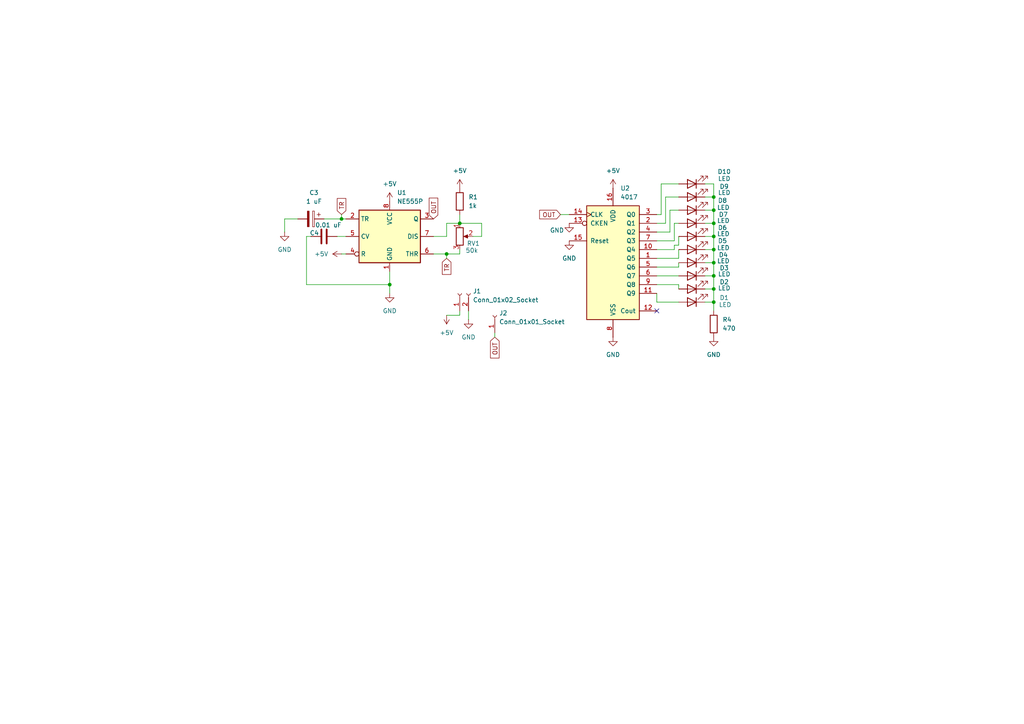
<source format=kicad_sch>
(kicad_sch
	(version 20250114)
	(generator "eeschema")
	(generator_version "9.0")
	(uuid "e7a4ed6d-e03d-4770-9e9d-fb8b56bc205b")
	(paper "A4")
	(lib_symbols
		(symbol "4xxx:4017"
			(pin_names
				(offset 1.016)
			)
			(exclude_from_sim no)
			(in_bom yes)
			(on_board yes)
			(property "Reference" "U"
				(at -7.62 16.51 0)
				(effects
					(font
						(size 1.27 1.27)
					)
				)
			)
			(property "Value" "4017"
				(at -7.62 -19.05 0)
				(effects
					(font
						(size 1.27 1.27)
					)
				)
			)
			(property "Footprint" ""
				(at 0 0 0)
				(effects
					(font
						(size 1.27 1.27)
					)
					(hide yes)
				)
			)
			(property "Datasheet" "http://www.intersil.com/content/dam/Intersil/documents/cd40/cd4017bms-22bms.pdf"
				(at 0 0 0)
				(effects
					(font
						(size 1.27 1.27)
					)
					(hide yes)
				)
			)
			(property "Description" "Johnson Counter ( 10 outputs )"
				(at 0 0 0)
				(effects
					(font
						(size 1.27 1.27)
					)
					(hide yes)
				)
			)
			(property "ki_locked" ""
				(at 0 0 0)
				(effects
					(font
						(size 1.27 1.27)
					)
				)
			)
			(property "ki_keywords" "CNT CNT10"
				(at 0 0 0)
				(effects
					(font
						(size 1.27 1.27)
					)
					(hide yes)
				)
			)
			(property "ki_fp_filters" "DIP?16*"
				(at 0 0 0)
				(effects
					(font
						(size 1.27 1.27)
					)
					(hide yes)
				)
			)
			(symbol "4017_1_0"
				(pin input clock
					(at -12.7 12.7 0)
					(length 5.08)
					(name "CLK"
						(effects
							(font
								(size 1.27 1.27)
							)
						)
					)
					(number "14"
						(effects
							(font
								(size 1.27 1.27)
							)
						)
					)
				)
				(pin input inverted
					(at -12.7 10.16 0)
					(length 5.08)
					(name "CKEN"
						(effects
							(font
								(size 1.27 1.27)
							)
						)
					)
					(number "13"
						(effects
							(font
								(size 1.27 1.27)
							)
						)
					)
				)
				(pin input line
					(at -12.7 5.08 0)
					(length 5.08)
					(name "Reset"
						(effects
							(font
								(size 1.27 1.27)
							)
						)
					)
					(number "15"
						(effects
							(font
								(size 1.27 1.27)
							)
						)
					)
				)
				(pin power_in line
					(at 0 20.32 270)
					(length 5.08)
					(name "VDD"
						(effects
							(font
								(size 1.27 1.27)
							)
						)
					)
					(number "16"
						(effects
							(font
								(size 1.27 1.27)
							)
						)
					)
				)
				(pin power_in line
					(at 0 -22.86 90)
					(length 5.08)
					(name "VSS"
						(effects
							(font
								(size 1.27 1.27)
							)
						)
					)
					(number "8"
						(effects
							(font
								(size 1.27 1.27)
							)
						)
					)
				)
				(pin output line
					(at 12.7 12.7 180)
					(length 5.08)
					(name "Q0"
						(effects
							(font
								(size 1.27 1.27)
							)
						)
					)
					(number "3"
						(effects
							(font
								(size 1.27 1.27)
							)
						)
					)
				)
				(pin output line
					(at 12.7 10.16 180)
					(length 5.08)
					(name "Q1"
						(effects
							(font
								(size 1.27 1.27)
							)
						)
					)
					(number "2"
						(effects
							(font
								(size 1.27 1.27)
							)
						)
					)
				)
				(pin output line
					(at 12.7 7.62 180)
					(length 5.08)
					(name "Q2"
						(effects
							(font
								(size 1.27 1.27)
							)
						)
					)
					(number "4"
						(effects
							(font
								(size 1.27 1.27)
							)
						)
					)
				)
				(pin output line
					(at 12.7 5.08 180)
					(length 5.08)
					(name "Q3"
						(effects
							(font
								(size 1.27 1.27)
							)
						)
					)
					(number "7"
						(effects
							(font
								(size 1.27 1.27)
							)
						)
					)
				)
				(pin output line
					(at 12.7 2.54 180)
					(length 5.08)
					(name "Q4"
						(effects
							(font
								(size 1.27 1.27)
							)
						)
					)
					(number "10"
						(effects
							(font
								(size 1.27 1.27)
							)
						)
					)
				)
				(pin output line
					(at 12.7 0 180)
					(length 5.08)
					(name "Q5"
						(effects
							(font
								(size 1.27 1.27)
							)
						)
					)
					(number "1"
						(effects
							(font
								(size 1.27 1.27)
							)
						)
					)
				)
				(pin output line
					(at 12.7 -2.54 180)
					(length 5.08)
					(name "Q6"
						(effects
							(font
								(size 1.27 1.27)
							)
						)
					)
					(number "5"
						(effects
							(font
								(size 1.27 1.27)
							)
						)
					)
				)
				(pin output line
					(at 12.7 -5.08 180)
					(length 5.08)
					(name "Q7"
						(effects
							(font
								(size 1.27 1.27)
							)
						)
					)
					(number "6"
						(effects
							(font
								(size 1.27 1.27)
							)
						)
					)
				)
				(pin output line
					(at 12.7 -7.62 180)
					(length 5.08)
					(name "Q8"
						(effects
							(font
								(size 1.27 1.27)
							)
						)
					)
					(number "9"
						(effects
							(font
								(size 1.27 1.27)
							)
						)
					)
				)
				(pin output line
					(at 12.7 -10.16 180)
					(length 5.08)
					(name "Q9"
						(effects
							(font
								(size 1.27 1.27)
							)
						)
					)
					(number "11"
						(effects
							(font
								(size 1.27 1.27)
							)
						)
					)
				)
				(pin output line
					(at 12.7 -15.24 180)
					(length 5.08)
					(name "Cout"
						(effects
							(font
								(size 1.27 1.27)
							)
						)
					)
					(number "12"
						(effects
							(font
								(size 1.27 1.27)
							)
						)
					)
				)
			)
			(symbol "4017_1_1"
				(rectangle
					(start -7.62 15.24)
					(end 7.62 -17.78)
					(stroke
						(width 0.254)
						(type default)
					)
					(fill
						(type background)
					)
				)
			)
			(embedded_fonts no)
		)
		(symbol "Connector:Conn_01x01_Socket"
			(pin_names
				(offset 1.016)
				(hide yes)
			)
			(exclude_from_sim no)
			(in_bom yes)
			(on_board yes)
			(property "Reference" "J"
				(at 0 2.54 0)
				(effects
					(font
						(size 1.27 1.27)
					)
				)
			)
			(property "Value" "Conn_01x01_Socket"
				(at 0 -2.54 0)
				(effects
					(font
						(size 1.27 1.27)
					)
				)
			)
			(property "Footprint" ""
				(at 0 0 0)
				(effects
					(font
						(size 1.27 1.27)
					)
					(hide yes)
				)
			)
			(property "Datasheet" "~"
				(at 0 0 0)
				(effects
					(font
						(size 1.27 1.27)
					)
					(hide yes)
				)
			)
			(property "Description" "Generic connector, single row, 01x01, script generated"
				(at 0 0 0)
				(effects
					(font
						(size 1.27 1.27)
					)
					(hide yes)
				)
			)
			(property "ki_locked" ""
				(at 0 0 0)
				(effects
					(font
						(size 1.27 1.27)
					)
				)
			)
			(property "ki_keywords" "connector"
				(at 0 0 0)
				(effects
					(font
						(size 1.27 1.27)
					)
					(hide yes)
				)
			)
			(property "ki_fp_filters" "Connector*:*_1x??_*"
				(at 0 0 0)
				(effects
					(font
						(size 1.27 1.27)
					)
					(hide yes)
				)
			)
			(symbol "Conn_01x01_Socket_1_1"
				(polyline
					(pts
						(xy -1.27 0) (xy -0.508 0)
					)
					(stroke
						(width 0.1524)
						(type default)
					)
					(fill
						(type none)
					)
				)
				(arc
					(start 0 -0.508)
					(mid -0.5058 0)
					(end 0 0.508)
					(stroke
						(width 0.1524)
						(type default)
					)
					(fill
						(type none)
					)
				)
				(pin passive line
					(at -5.08 0 0)
					(length 3.81)
					(name "Pin_1"
						(effects
							(font
								(size 1.27 1.27)
							)
						)
					)
					(number "1"
						(effects
							(font
								(size 1.27 1.27)
							)
						)
					)
				)
			)
			(embedded_fonts no)
		)
		(symbol "Connector:Conn_01x02_Socket"
			(pin_names
				(offset 1.016)
				(hide yes)
			)
			(exclude_from_sim no)
			(in_bom yes)
			(on_board yes)
			(property "Reference" "J"
				(at 0 2.54 0)
				(effects
					(font
						(size 1.27 1.27)
					)
				)
			)
			(property "Value" "Conn_01x02_Socket"
				(at 0 -5.08 0)
				(effects
					(font
						(size 1.27 1.27)
					)
				)
			)
			(property "Footprint" ""
				(at 0 0 0)
				(effects
					(font
						(size 1.27 1.27)
					)
					(hide yes)
				)
			)
			(property "Datasheet" "~"
				(at 0 0 0)
				(effects
					(font
						(size 1.27 1.27)
					)
					(hide yes)
				)
			)
			(property "Description" "Generic connector, single row, 01x02, script generated"
				(at 0 0 0)
				(effects
					(font
						(size 1.27 1.27)
					)
					(hide yes)
				)
			)
			(property "ki_locked" ""
				(at 0 0 0)
				(effects
					(font
						(size 1.27 1.27)
					)
				)
			)
			(property "ki_keywords" "connector"
				(at 0 0 0)
				(effects
					(font
						(size 1.27 1.27)
					)
					(hide yes)
				)
			)
			(property "ki_fp_filters" "Connector*:*_1x??_*"
				(at 0 0 0)
				(effects
					(font
						(size 1.27 1.27)
					)
					(hide yes)
				)
			)
			(symbol "Conn_01x02_Socket_1_1"
				(polyline
					(pts
						(xy -1.27 0) (xy -0.508 0)
					)
					(stroke
						(width 0.1524)
						(type default)
					)
					(fill
						(type none)
					)
				)
				(polyline
					(pts
						(xy -1.27 -2.54) (xy -0.508 -2.54)
					)
					(stroke
						(width 0.1524)
						(type default)
					)
					(fill
						(type none)
					)
				)
				(arc
					(start 0 -0.508)
					(mid -0.5058 0)
					(end 0 0.508)
					(stroke
						(width 0.1524)
						(type default)
					)
					(fill
						(type none)
					)
				)
				(arc
					(start 0 -3.048)
					(mid -0.5058 -2.54)
					(end 0 -2.032)
					(stroke
						(width 0.1524)
						(type default)
					)
					(fill
						(type none)
					)
				)
				(pin passive line
					(at -5.08 0 0)
					(length 3.81)
					(name "Pin_1"
						(effects
							(font
								(size 1.27 1.27)
							)
						)
					)
					(number "1"
						(effects
							(font
								(size 1.27 1.27)
							)
						)
					)
				)
				(pin passive line
					(at -5.08 -2.54 0)
					(length 3.81)
					(name "Pin_2"
						(effects
							(font
								(size 1.27 1.27)
							)
						)
					)
					(number "2"
						(effects
							(font
								(size 1.27 1.27)
							)
						)
					)
				)
			)
			(embedded_fonts no)
		)
		(symbol "Device:C"
			(pin_numbers
				(hide yes)
			)
			(pin_names
				(offset 0.254)
			)
			(exclude_from_sim no)
			(in_bom yes)
			(on_board yes)
			(property "Reference" "C"
				(at 0.635 2.54 0)
				(effects
					(font
						(size 1.27 1.27)
					)
					(justify left)
				)
			)
			(property "Value" "C"
				(at 0.635 -2.54 0)
				(effects
					(font
						(size 1.27 1.27)
					)
					(justify left)
				)
			)
			(property "Footprint" ""
				(at 0.9652 -3.81 0)
				(effects
					(font
						(size 1.27 1.27)
					)
					(hide yes)
				)
			)
			(property "Datasheet" "~"
				(at 0 0 0)
				(effects
					(font
						(size 1.27 1.27)
					)
					(hide yes)
				)
			)
			(property "Description" "Unpolarized capacitor"
				(at 0 0 0)
				(effects
					(font
						(size 1.27 1.27)
					)
					(hide yes)
				)
			)
			(property "ki_keywords" "cap capacitor"
				(at 0 0 0)
				(effects
					(font
						(size 1.27 1.27)
					)
					(hide yes)
				)
			)
			(property "ki_fp_filters" "C_*"
				(at 0 0 0)
				(effects
					(font
						(size 1.27 1.27)
					)
					(hide yes)
				)
			)
			(symbol "C_0_1"
				(polyline
					(pts
						(xy -2.032 0.762) (xy 2.032 0.762)
					)
					(stroke
						(width 0.508)
						(type default)
					)
					(fill
						(type none)
					)
				)
				(polyline
					(pts
						(xy -2.032 -0.762) (xy 2.032 -0.762)
					)
					(stroke
						(width 0.508)
						(type default)
					)
					(fill
						(type none)
					)
				)
			)
			(symbol "C_1_1"
				(pin passive line
					(at 0 3.81 270)
					(length 2.794)
					(name "~"
						(effects
							(font
								(size 1.27 1.27)
							)
						)
					)
					(number "1"
						(effects
							(font
								(size 1.27 1.27)
							)
						)
					)
				)
				(pin passive line
					(at 0 -3.81 90)
					(length 2.794)
					(name "~"
						(effects
							(font
								(size 1.27 1.27)
							)
						)
					)
					(number "2"
						(effects
							(font
								(size 1.27 1.27)
							)
						)
					)
				)
			)
			(embedded_fonts no)
		)
		(symbol "Device:C_Polarized"
			(pin_numbers
				(hide yes)
			)
			(pin_names
				(offset 0.254)
			)
			(exclude_from_sim no)
			(in_bom yes)
			(on_board yes)
			(property "Reference" "C"
				(at 0.635 2.54 0)
				(effects
					(font
						(size 1.27 1.27)
					)
					(justify left)
				)
			)
			(property "Value" "C_Polarized"
				(at 0.635 -2.54 0)
				(effects
					(font
						(size 1.27 1.27)
					)
					(justify left)
				)
			)
			(property "Footprint" ""
				(at 0.9652 -3.81 0)
				(effects
					(font
						(size 1.27 1.27)
					)
					(hide yes)
				)
			)
			(property "Datasheet" "~"
				(at 0 0 0)
				(effects
					(font
						(size 1.27 1.27)
					)
					(hide yes)
				)
			)
			(property "Description" "Polarized capacitor"
				(at 0 0 0)
				(effects
					(font
						(size 1.27 1.27)
					)
					(hide yes)
				)
			)
			(property "ki_keywords" "cap capacitor"
				(at 0 0 0)
				(effects
					(font
						(size 1.27 1.27)
					)
					(hide yes)
				)
			)
			(property "ki_fp_filters" "CP_*"
				(at 0 0 0)
				(effects
					(font
						(size 1.27 1.27)
					)
					(hide yes)
				)
			)
			(symbol "C_Polarized_0_1"
				(rectangle
					(start -2.286 0.508)
					(end 2.286 1.016)
					(stroke
						(width 0)
						(type default)
					)
					(fill
						(type none)
					)
				)
				(polyline
					(pts
						(xy -1.778 2.286) (xy -0.762 2.286)
					)
					(stroke
						(width 0)
						(type default)
					)
					(fill
						(type none)
					)
				)
				(polyline
					(pts
						(xy -1.27 2.794) (xy -1.27 1.778)
					)
					(stroke
						(width 0)
						(type default)
					)
					(fill
						(type none)
					)
				)
				(rectangle
					(start 2.286 -0.508)
					(end -2.286 -1.016)
					(stroke
						(width 0)
						(type default)
					)
					(fill
						(type outline)
					)
				)
			)
			(symbol "C_Polarized_1_1"
				(pin passive line
					(at 0 3.81 270)
					(length 2.794)
					(name "~"
						(effects
							(font
								(size 1.27 1.27)
							)
						)
					)
					(number "1"
						(effects
							(font
								(size 1.27 1.27)
							)
						)
					)
				)
				(pin passive line
					(at 0 -3.81 90)
					(length 2.794)
					(name "~"
						(effects
							(font
								(size 1.27 1.27)
							)
						)
					)
					(number "2"
						(effects
							(font
								(size 1.27 1.27)
							)
						)
					)
				)
			)
			(embedded_fonts no)
		)
		(symbol "Device:LED"
			(pin_numbers
				(hide yes)
			)
			(pin_names
				(offset 1.016)
				(hide yes)
			)
			(exclude_from_sim no)
			(in_bom yes)
			(on_board yes)
			(property "Reference" "D"
				(at 0 2.54 0)
				(effects
					(font
						(size 1.27 1.27)
					)
				)
			)
			(property "Value" "LED"
				(at 0 -2.54 0)
				(effects
					(font
						(size 1.27 1.27)
					)
				)
			)
			(property "Footprint" ""
				(at 0 0 0)
				(effects
					(font
						(size 1.27 1.27)
					)
					(hide yes)
				)
			)
			(property "Datasheet" "~"
				(at 0 0 0)
				(effects
					(font
						(size 1.27 1.27)
					)
					(hide yes)
				)
			)
			(property "Description" "Light emitting diode"
				(at 0 0 0)
				(effects
					(font
						(size 1.27 1.27)
					)
					(hide yes)
				)
			)
			(property "Sim.Pins" "1=K 2=A"
				(at 0 0 0)
				(effects
					(font
						(size 1.27 1.27)
					)
					(hide yes)
				)
			)
			(property "ki_keywords" "LED diode"
				(at 0 0 0)
				(effects
					(font
						(size 1.27 1.27)
					)
					(hide yes)
				)
			)
			(property "ki_fp_filters" "LED* LED_SMD:* LED_THT:*"
				(at 0 0 0)
				(effects
					(font
						(size 1.27 1.27)
					)
					(hide yes)
				)
			)
			(symbol "LED_0_1"
				(polyline
					(pts
						(xy -3.048 -0.762) (xy -4.572 -2.286) (xy -3.81 -2.286) (xy -4.572 -2.286) (xy -4.572 -1.524)
					)
					(stroke
						(width 0)
						(type default)
					)
					(fill
						(type none)
					)
				)
				(polyline
					(pts
						(xy -1.778 -0.762) (xy -3.302 -2.286) (xy -2.54 -2.286) (xy -3.302 -2.286) (xy -3.302 -1.524)
					)
					(stroke
						(width 0)
						(type default)
					)
					(fill
						(type none)
					)
				)
				(polyline
					(pts
						(xy -1.27 0) (xy 1.27 0)
					)
					(stroke
						(width 0)
						(type default)
					)
					(fill
						(type none)
					)
				)
				(polyline
					(pts
						(xy -1.27 -1.27) (xy -1.27 1.27)
					)
					(stroke
						(width 0.254)
						(type default)
					)
					(fill
						(type none)
					)
				)
				(polyline
					(pts
						(xy 1.27 -1.27) (xy 1.27 1.27) (xy -1.27 0) (xy 1.27 -1.27)
					)
					(stroke
						(width 0.254)
						(type default)
					)
					(fill
						(type none)
					)
				)
			)
			(symbol "LED_1_1"
				(pin passive line
					(at -3.81 0 0)
					(length 2.54)
					(name "K"
						(effects
							(font
								(size 1.27 1.27)
							)
						)
					)
					(number "1"
						(effects
							(font
								(size 1.27 1.27)
							)
						)
					)
				)
				(pin passive line
					(at 3.81 0 180)
					(length 2.54)
					(name "A"
						(effects
							(font
								(size 1.27 1.27)
							)
						)
					)
					(number "2"
						(effects
							(font
								(size 1.27 1.27)
							)
						)
					)
				)
			)
			(embedded_fonts no)
		)
		(symbol "Device:R"
			(pin_numbers
				(hide yes)
			)
			(pin_names
				(offset 0)
			)
			(exclude_from_sim no)
			(in_bom yes)
			(on_board yes)
			(property "Reference" "R"
				(at 2.032 0 90)
				(effects
					(font
						(size 1.27 1.27)
					)
				)
			)
			(property "Value" "R"
				(at 0 0 90)
				(effects
					(font
						(size 1.27 1.27)
					)
				)
			)
			(property "Footprint" ""
				(at -1.778 0 90)
				(effects
					(font
						(size 1.27 1.27)
					)
					(hide yes)
				)
			)
			(property "Datasheet" "~"
				(at 0 0 0)
				(effects
					(font
						(size 1.27 1.27)
					)
					(hide yes)
				)
			)
			(property "Description" "Resistor"
				(at 0 0 0)
				(effects
					(font
						(size 1.27 1.27)
					)
					(hide yes)
				)
			)
			(property "ki_keywords" "R res resistor"
				(at 0 0 0)
				(effects
					(font
						(size 1.27 1.27)
					)
					(hide yes)
				)
			)
			(property "ki_fp_filters" "R_*"
				(at 0 0 0)
				(effects
					(font
						(size 1.27 1.27)
					)
					(hide yes)
				)
			)
			(symbol "R_0_1"
				(rectangle
					(start -1.016 -2.54)
					(end 1.016 2.54)
					(stroke
						(width 0.254)
						(type default)
					)
					(fill
						(type none)
					)
				)
			)
			(symbol "R_1_1"
				(pin passive line
					(at 0 3.81 270)
					(length 1.27)
					(name "~"
						(effects
							(font
								(size 1.27 1.27)
							)
						)
					)
					(number "1"
						(effects
							(font
								(size 1.27 1.27)
							)
						)
					)
				)
				(pin passive line
					(at 0 -3.81 90)
					(length 1.27)
					(name "~"
						(effects
							(font
								(size 1.27 1.27)
							)
						)
					)
					(number "2"
						(effects
							(font
								(size 1.27 1.27)
							)
						)
					)
				)
			)
			(embedded_fonts no)
		)
		(symbol "Device:R_Potentiometer"
			(pin_names
				(offset 1.016)
				(hide yes)
			)
			(exclude_from_sim no)
			(in_bom yes)
			(on_board yes)
			(property "Reference" "RV"
				(at -4.445 0 90)
				(effects
					(font
						(size 1.27 1.27)
					)
				)
			)
			(property "Value" "R_Potentiometer"
				(at -2.54 0 90)
				(effects
					(font
						(size 1.27 1.27)
					)
				)
			)
			(property "Footprint" ""
				(at 0 0 0)
				(effects
					(font
						(size 1.27 1.27)
					)
					(hide yes)
				)
			)
			(property "Datasheet" "~"
				(at 0 0 0)
				(effects
					(font
						(size 1.27 1.27)
					)
					(hide yes)
				)
			)
			(property "Description" "Potentiometer"
				(at 0 0 0)
				(effects
					(font
						(size 1.27 1.27)
					)
					(hide yes)
				)
			)
			(property "ki_keywords" "resistor variable"
				(at 0 0 0)
				(effects
					(font
						(size 1.27 1.27)
					)
					(hide yes)
				)
			)
			(property "ki_fp_filters" "Potentiometer*"
				(at 0 0 0)
				(effects
					(font
						(size 1.27 1.27)
					)
					(hide yes)
				)
			)
			(symbol "R_Potentiometer_0_1"
				(rectangle
					(start 1.016 2.54)
					(end -1.016 -2.54)
					(stroke
						(width 0.254)
						(type default)
					)
					(fill
						(type none)
					)
				)
				(polyline
					(pts
						(xy 1.143 0) (xy 2.286 0.508) (xy 2.286 -0.508) (xy 1.143 0)
					)
					(stroke
						(width 0)
						(type default)
					)
					(fill
						(type outline)
					)
				)
				(polyline
					(pts
						(xy 2.54 0) (xy 1.524 0)
					)
					(stroke
						(width 0)
						(type default)
					)
					(fill
						(type none)
					)
				)
			)
			(symbol "R_Potentiometer_1_1"
				(pin passive line
					(at 0 3.81 270)
					(length 1.27)
					(name "1"
						(effects
							(font
								(size 1.27 1.27)
							)
						)
					)
					(number "1"
						(effects
							(font
								(size 1.27 1.27)
							)
						)
					)
				)
				(pin passive line
					(at 0 -3.81 90)
					(length 1.27)
					(name "3"
						(effects
							(font
								(size 1.27 1.27)
							)
						)
					)
					(number "3"
						(effects
							(font
								(size 1.27 1.27)
							)
						)
					)
				)
				(pin passive line
					(at 3.81 0 180)
					(length 1.27)
					(name "2"
						(effects
							(font
								(size 1.27 1.27)
							)
						)
					)
					(number "2"
						(effects
							(font
								(size 1.27 1.27)
							)
						)
					)
				)
			)
			(embedded_fonts no)
		)
		(symbol "Timer:NE555P"
			(exclude_from_sim no)
			(in_bom yes)
			(on_board yes)
			(property "Reference" "U"
				(at -10.16 8.89 0)
				(effects
					(font
						(size 1.27 1.27)
					)
					(justify left)
				)
			)
			(property "Value" "NE555P"
				(at 2.54 8.89 0)
				(effects
					(font
						(size 1.27 1.27)
					)
					(justify left)
				)
			)
			(property "Footprint" "Package_DIP:DIP-8_W7.62mm"
				(at 16.51 -10.16 0)
				(effects
					(font
						(size 1.27 1.27)
					)
					(hide yes)
				)
			)
			(property "Datasheet" "http://www.ti.com/lit/ds/symlink/ne555.pdf"
				(at 21.59 -10.16 0)
				(effects
					(font
						(size 1.27 1.27)
					)
					(hide yes)
				)
			)
			(property "Description" "Precision Timers, 555 compatible,  PDIP-8"
				(at 0 0 0)
				(effects
					(font
						(size 1.27 1.27)
					)
					(hide yes)
				)
			)
			(property "ki_keywords" "single timer 555"
				(at 0 0 0)
				(effects
					(font
						(size 1.27 1.27)
					)
					(hide yes)
				)
			)
			(property "ki_fp_filters" "DIP*W7.62mm*"
				(at 0 0 0)
				(effects
					(font
						(size 1.27 1.27)
					)
					(hide yes)
				)
			)
			(symbol "NE555P_0_0"
				(pin power_in line
					(at 0 10.16 270)
					(length 2.54)
					(name "VCC"
						(effects
							(font
								(size 1.27 1.27)
							)
						)
					)
					(number "8"
						(effects
							(font
								(size 1.27 1.27)
							)
						)
					)
				)
				(pin power_in line
					(at 0 -10.16 90)
					(length 2.54)
					(name "GND"
						(effects
							(font
								(size 1.27 1.27)
							)
						)
					)
					(number "1"
						(effects
							(font
								(size 1.27 1.27)
							)
						)
					)
				)
			)
			(symbol "NE555P_0_1"
				(rectangle
					(start -8.89 -7.62)
					(end 8.89 7.62)
					(stroke
						(width 0.254)
						(type default)
					)
					(fill
						(type background)
					)
				)
				(rectangle
					(start -8.89 -7.62)
					(end 8.89 7.62)
					(stroke
						(width 0.254)
						(type default)
					)
					(fill
						(type background)
					)
				)
			)
			(symbol "NE555P_1_1"
				(pin input line
					(at -12.7 5.08 0)
					(length 3.81)
					(name "TR"
						(effects
							(font
								(size 1.27 1.27)
							)
						)
					)
					(number "2"
						(effects
							(font
								(size 1.27 1.27)
							)
						)
					)
				)
				(pin input line
					(at -12.7 0 0)
					(length 3.81)
					(name "CV"
						(effects
							(font
								(size 1.27 1.27)
							)
						)
					)
					(number "5"
						(effects
							(font
								(size 1.27 1.27)
							)
						)
					)
				)
				(pin input inverted
					(at -12.7 -5.08 0)
					(length 3.81)
					(name "R"
						(effects
							(font
								(size 1.27 1.27)
							)
						)
					)
					(number "4"
						(effects
							(font
								(size 1.27 1.27)
							)
						)
					)
				)
				(pin output line
					(at 12.7 5.08 180)
					(length 3.81)
					(name "Q"
						(effects
							(font
								(size 1.27 1.27)
							)
						)
					)
					(number "3"
						(effects
							(font
								(size 1.27 1.27)
							)
						)
					)
				)
				(pin input line
					(at 12.7 0 180)
					(length 3.81)
					(name "DIS"
						(effects
							(font
								(size 1.27 1.27)
							)
						)
					)
					(number "7"
						(effects
							(font
								(size 1.27 1.27)
							)
						)
					)
				)
				(pin input line
					(at 12.7 -5.08 180)
					(length 3.81)
					(name "THR"
						(effects
							(font
								(size 1.27 1.27)
							)
						)
					)
					(number "6"
						(effects
							(font
								(size 1.27 1.27)
							)
						)
					)
				)
			)
			(embedded_fonts no)
		)
		(symbol "power:+5V"
			(power)
			(pin_numbers
				(hide yes)
			)
			(pin_names
				(offset 0)
				(hide yes)
			)
			(exclude_from_sim no)
			(in_bom yes)
			(on_board yes)
			(property "Reference" "#PWR"
				(at 0 -3.81 0)
				(effects
					(font
						(size 1.27 1.27)
					)
					(hide yes)
				)
			)
			(property "Value" "+5V"
				(at 0 3.556 0)
				(effects
					(font
						(size 1.27 1.27)
					)
				)
			)
			(property "Footprint" ""
				(at 0 0 0)
				(effects
					(font
						(size 1.27 1.27)
					)
					(hide yes)
				)
			)
			(property "Datasheet" ""
				(at 0 0 0)
				(effects
					(font
						(size 1.27 1.27)
					)
					(hide yes)
				)
			)
			(property "Description" "Power symbol creates a global label with name \"+5V\""
				(at 0 0 0)
				(effects
					(font
						(size 1.27 1.27)
					)
					(hide yes)
				)
			)
			(property "ki_keywords" "global power"
				(at 0 0 0)
				(effects
					(font
						(size 1.27 1.27)
					)
					(hide yes)
				)
			)
			(symbol "+5V_0_1"
				(polyline
					(pts
						(xy -0.762 1.27) (xy 0 2.54)
					)
					(stroke
						(width 0)
						(type default)
					)
					(fill
						(type none)
					)
				)
				(polyline
					(pts
						(xy 0 2.54) (xy 0.762 1.27)
					)
					(stroke
						(width 0)
						(type default)
					)
					(fill
						(type none)
					)
				)
				(polyline
					(pts
						(xy 0 0) (xy 0 2.54)
					)
					(stroke
						(width 0)
						(type default)
					)
					(fill
						(type none)
					)
				)
			)
			(symbol "+5V_1_1"
				(pin power_in line
					(at 0 0 90)
					(length 0)
					(name "~"
						(effects
							(font
								(size 1.27 1.27)
							)
						)
					)
					(number "1"
						(effects
							(font
								(size 1.27 1.27)
							)
						)
					)
				)
			)
			(embedded_fonts no)
		)
		(symbol "power:GND"
			(power)
			(pin_numbers
				(hide yes)
			)
			(pin_names
				(offset 0)
				(hide yes)
			)
			(exclude_from_sim no)
			(in_bom yes)
			(on_board yes)
			(property "Reference" "#PWR"
				(at 0 -6.35 0)
				(effects
					(font
						(size 1.27 1.27)
					)
					(hide yes)
				)
			)
			(property "Value" "GND"
				(at 0 -3.81 0)
				(effects
					(font
						(size 1.27 1.27)
					)
				)
			)
			(property "Footprint" ""
				(at 0 0 0)
				(effects
					(font
						(size 1.27 1.27)
					)
					(hide yes)
				)
			)
			(property "Datasheet" ""
				(at 0 0 0)
				(effects
					(font
						(size 1.27 1.27)
					)
					(hide yes)
				)
			)
			(property "Description" "Power symbol creates a global label with name \"GND\" , ground"
				(at 0 0 0)
				(effects
					(font
						(size 1.27 1.27)
					)
					(hide yes)
				)
			)
			(property "ki_keywords" "global power"
				(at 0 0 0)
				(effects
					(font
						(size 1.27 1.27)
					)
					(hide yes)
				)
			)
			(symbol "GND_0_1"
				(polyline
					(pts
						(xy 0 0) (xy 0 -1.27) (xy 1.27 -1.27) (xy 0 -2.54) (xy -1.27 -1.27) (xy 0 -1.27)
					)
					(stroke
						(width 0)
						(type default)
					)
					(fill
						(type none)
					)
				)
			)
			(symbol "GND_1_1"
				(pin power_in line
					(at 0 0 270)
					(length 0)
					(name "~"
						(effects
							(font
								(size 1.27 1.27)
							)
						)
					)
					(number "1"
						(effects
							(font
								(size 1.27 1.27)
							)
						)
					)
				)
			)
			(embedded_fonts no)
		)
	)
	(junction
		(at 207.01 68.58)
		(diameter 0)
		(color 0 0 0 0)
		(uuid "03a54016-a9e7-4668-9676-da62eb7aa4b7")
	)
	(junction
		(at 207.01 64.77)
		(diameter 0)
		(color 0 0 0 0)
		(uuid "149b37f2-c5fe-4f63-80aa-bd3e76a687bf")
	)
	(junction
		(at 207.01 60.96)
		(diameter 0)
		(color 0 0 0 0)
		(uuid "23b7a3ab-145a-47a4-9557-c8cedbefb4dd")
	)
	(junction
		(at 207.01 80.01)
		(diameter 0)
		(color 0 0 0 0)
		(uuid "54923ec8-7803-41e9-9d57-2f2988d436f1")
	)
	(junction
		(at 133.35 64.77)
		(diameter 0)
		(color 0 0 0 0)
		(uuid "647ad1dd-edd5-42b9-9c47-b5719cfa39c7")
	)
	(junction
		(at 207.01 57.15)
		(diameter 0)
		(color 0 0 0 0)
		(uuid "67e0b6ca-36ec-4c79-b588-343e41f7178b")
	)
	(junction
		(at 129.54 73.66)
		(diameter 0)
		(color 0 0 0 0)
		(uuid "6b378a26-c845-4c7c-8435-accbfc01bda0")
	)
	(junction
		(at 99.06 63.5)
		(diameter 0)
		(color 0 0 0 0)
		(uuid "75f40661-1264-4bb4-a910-5ba7227f8e54")
	)
	(junction
		(at 207.01 76.2)
		(diameter 0)
		(color 0 0 0 0)
		(uuid "7e7b2d8e-aca1-4342-8a95-9bf690a10741")
	)
	(junction
		(at 207.01 83.82)
		(diameter 0)
		(color 0 0 0 0)
		(uuid "9ff82dd7-b499-4423-9478-44cc0a6f07f1")
	)
	(junction
		(at 207.01 87.63)
		(diameter 0)
		(color 0 0 0 0)
		(uuid "b2699e19-3b5d-4f9b-946e-125f9a2c60a0")
	)
	(junction
		(at 207.01 72.39)
		(diameter 0)
		(color 0 0 0 0)
		(uuid "d2239605-8f0d-4e43-8e74-e4a19f0790ad")
	)
	(junction
		(at 113.03 82.55)
		(diameter 0)
		(color 0 0 0 0)
		(uuid "efac7664-2b92-4524-bd00-1002b33dd959")
	)
	(no_connect
		(at 190.5 90.17)
		(uuid "64a373a8-9693-46ee-836f-1b3bcb043584")
	)
	(wire
		(pts
			(xy 207.01 64.77) (xy 207.01 68.58)
		)
		(stroke
			(width 0)
			(type default)
		)
		(uuid "01a00231-d4b7-4ee3-88f0-b65a005bbd43")
	)
	(wire
		(pts
			(xy 125.73 68.58) (xy 129.54 68.58)
		)
		(stroke
			(width 0)
			(type default)
		)
		(uuid "0c7148dd-eea1-4caa-8e98-936161cd44ba")
	)
	(wire
		(pts
			(xy 204.47 64.77) (xy 207.01 64.77)
		)
		(stroke
			(width 0)
			(type default)
		)
		(uuid "0dbfe3cd-5b31-4016-b177-531e01b6a979")
	)
	(wire
		(pts
			(xy 196.85 76.2) (xy 196.85 77.47)
		)
		(stroke
			(width 0)
			(type default)
		)
		(uuid "170fd6d5-f009-4bda-bb9d-65cb7f755f4d")
	)
	(wire
		(pts
			(xy 99.06 63.5) (xy 100.33 63.5)
		)
		(stroke
			(width 0)
			(type default)
		)
		(uuid "1f28b94e-ac25-4ebb-acc3-7554c5dd2c02")
	)
	(wire
		(pts
			(xy 137.16 68.58) (xy 139.7 68.58)
		)
		(stroke
			(width 0)
			(type default)
		)
		(uuid "1fe92f7c-ba44-4d63-a35a-2ee5bdd77931")
	)
	(wire
		(pts
			(xy 196.85 82.55) (xy 196.85 83.82)
		)
		(stroke
			(width 0)
			(type default)
		)
		(uuid "232e8dce-d2d4-47fe-83e1-06e509d86ac7")
	)
	(wire
		(pts
			(xy 143.51 96.52) (xy 143.51 97.79)
		)
		(stroke
			(width 0)
			(type default)
		)
		(uuid "23a34fb8-a7dc-4fc3-8144-3aa5b0aef384")
	)
	(wire
		(pts
			(xy 207.01 80.01) (xy 207.01 83.82)
		)
		(stroke
			(width 0)
			(type default)
		)
		(uuid "2d0649e9-cafd-4fbf-bee3-78255fedaee0")
	)
	(wire
		(pts
			(xy 133.35 64.77) (xy 139.7 64.77)
		)
		(stroke
			(width 0)
			(type default)
		)
		(uuid "30e44a47-f6ab-4ace-a0bd-53c277142e55")
	)
	(wire
		(pts
			(xy 88.9 82.55) (xy 113.03 82.55)
		)
		(stroke
			(width 0)
			(type default)
		)
		(uuid "31ef6a47-0241-40de-b94f-d1fea3b44bb3")
	)
	(wire
		(pts
			(xy 129.54 73.66) (xy 133.35 73.66)
		)
		(stroke
			(width 0)
			(type default)
		)
		(uuid "322bfc22-6302-49c9-81e2-a6eab0f24804")
	)
	(wire
		(pts
			(xy 190.5 87.63) (xy 196.85 87.63)
		)
		(stroke
			(width 0)
			(type default)
		)
		(uuid "38146b39-88df-4759-9868-db9e70e1fc2d")
	)
	(wire
		(pts
			(xy 90.17 68.58) (xy 88.9 68.58)
		)
		(stroke
			(width 0)
			(type default)
		)
		(uuid "3858ad32-fab9-4c96-bff0-40ce960f56c1")
	)
	(wire
		(pts
			(xy 190.5 67.31) (xy 194.31 67.31)
		)
		(stroke
			(width 0)
			(type default)
		)
		(uuid "3a93f30f-63cb-48ad-adb0-7c8cbbd3433b")
	)
	(wire
		(pts
			(xy 207.01 57.15) (xy 207.01 60.96)
		)
		(stroke
			(width 0)
			(type default)
		)
		(uuid "402c4b90-ce4d-4f57-81ae-f1cf701634c3")
	)
	(wire
		(pts
			(xy 133.35 72.39) (xy 133.35 73.66)
		)
		(stroke
			(width 0)
			(type default)
		)
		(uuid "45a84117-1fa4-4f80-9d45-6cb7da711198")
	)
	(wire
		(pts
			(xy 207.01 53.34) (xy 207.01 57.15)
		)
		(stroke
			(width 0)
			(type default)
		)
		(uuid "487fc07c-d76e-4b8c-b684-20b1b63e918a")
	)
	(wire
		(pts
			(xy 207.01 83.82) (xy 207.01 87.63)
		)
		(stroke
			(width 0)
			(type default)
		)
		(uuid "49ec9dec-aa12-4977-aeee-ef7ac65da79a")
	)
	(wire
		(pts
			(xy 196.85 72.39) (xy 196.85 74.93)
		)
		(stroke
			(width 0)
			(type default)
		)
		(uuid "4a605d50-d92a-4918-8d5b-e7c13b384c35")
	)
	(wire
		(pts
			(xy 207.01 76.2) (xy 207.01 80.01)
		)
		(stroke
			(width 0)
			(type default)
		)
		(uuid "51422d19-c7bc-4d61-b1f3-f0d67aaee68e")
	)
	(wire
		(pts
			(xy 190.5 85.09) (xy 190.5 87.63)
		)
		(stroke
			(width 0)
			(type default)
		)
		(uuid "51e2870b-c274-4eed-b0c5-adfdeb156e10")
	)
	(wire
		(pts
			(xy 190.5 72.39) (xy 195.58 72.39)
		)
		(stroke
			(width 0)
			(type default)
		)
		(uuid "5433e09e-3f3b-4d4d-9cf4-1a1bf57e4dd6")
	)
	(wire
		(pts
			(xy 135.89 90.17) (xy 135.89 92.71)
		)
		(stroke
			(width 0)
			(type default)
		)
		(uuid "5451766c-71e2-4d00-ad3c-a6f083b76b1b")
	)
	(wire
		(pts
			(xy 207.01 87.63) (xy 207.01 90.17)
		)
		(stroke
			(width 0)
			(type default)
		)
		(uuid "56d47839-9495-4cc7-a060-8ed905645ee7")
	)
	(wire
		(pts
			(xy 139.7 64.77) (xy 139.7 68.58)
		)
		(stroke
			(width 0)
			(type default)
		)
		(uuid "5c8c23df-aa45-4387-a3ea-718fcc3bec09")
	)
	(wire
		(pts
			(xy 99.06 62.23) (xy 99.06 63.5)
		)
		(stroke
			(width 0)
			(type default)
		)
		(uuid "64192c82-6a24-4571-90e2-93bf31972f22")
	)
	(wire
		(pts
			(xy 162.56 62.23) (xy 165.1 62.23)
		)
		(stroke
			(width 0)
			(type default)
		)
		(uuid "6f7e5115-25e5-4085-84f1-f0357e76cbe3")
	)
	(wire
		(pts
			(xy 204.47 83.82) (xy 207.01 83.82)
		)
		(stroke
			(width 0)
			(type default)
		)
		(uuid "7260ad8b-4c97-41c1-99cb-0c0d413414a2")
	)
	(wire
		(pts
			(xy 204.47 53.34) (xy 207.01 53.34)
		)
		(stroke
			(width 0)
			(type default)
		)
		(uuid "77429cb9-4fd5-474e-afb9-5a6d286aae9d")
	)
	(wire
		(pts
			(xy 194.31 60.96) (xy 196.85 60.96)
		)
		(stroke
			(width 0)
			(type default)
		)
		(uuid "776f5973-73a0-448e-bdac-58afd287800e")
	)
	(wire
		(pts
			(xy 193.04 57.15) (xy 196.85 57.15)
		)
		(stroke
			(width 0)
			(type default)
		)
		(uuid "78c70d90-f491-4d14-98f9-f72ab7fe0168")
	)
	(wire
		(pts
			(xy 99.06 73.66) (xy 100.33 73.66)
		)
		(stroke
			(width 0)
			(type default)
		)
		(uuid "79056a74-9d09-468f-b440-9e265931bbfe")
	)
	(wire
		(pts
			(xy 204.47 87.63) (xy 207.01 87.63)
		)
		(stroke
			(width 0)
			(type default)
		)
		(uuid "7aa3d729-675c-4e97-bfbe-373ee246ffb4")
	)
	(wire
		(pts
			(xy 129.54 68.58) (xy 129.54 64.77)
		)
		(stroke
			(width 0)
			(type default)
		)
		(uuid "7d090968-e1ef-4901-9427-ae1f7a7a63af")
	)
	(wire
		(pts
			(xy 190.5 82.55) (xy 196.85 82.55)
		)
		(stroke
			(width 0)
			(type default)
		)
		(uuid "8692a426-87cb-4e6c-a671-331f40b5eefa")
	)
	(wire
		(pts
			(xy 194.31 67.31) (xy 194.31 60.96)
		)
		(stroke
			(width 0)
			(type default)
		)
		(uuid "8fe93fba-909d-49bb-a7a3-a9151caa0131")
	)
	(wire
		(pts
			(xy 190.5 80.01) (xy 196.85 80.01)
		)
		(stroke
			(width 0)
			(type default)
		)
		(uuid "92262cda-68d9-4ee9-bac8-b38af5071cb5")
	)
	(wire
		(pts
			(xy 204.47 76.2) (xy 207.01 76.2)
		)
		(stroke
			(width 0)
			(type default)
		)
		(uuid "952bbaad-3619-4602-9513-a9fa97c1c3cb")
	)
	(wire
		(pts
			(xy 190.5 62.23) (xy 191.77 62.23)
		)
		(stroke
			(width 0)
			(type default)
		)
		(uuid "95be64a7-2fb1-41d8-b946-4a341f818afd")
	)
	(wire
		(pts
			(xy 204.47 60.96) (xy 207.01 60.96)
		)
		(stroke
			(width 0)
			(type default)
		)
		(uuid "9722649e-4f8e-4de6-83bf-83d5763cd63b")
	)
	(wire
		(pts
			(xy 97.79 68.58) (xy 100.33 68.58)
		)
		(stroke
			(width 0)
			(type default)
		)
		(uuid "983a28f0-a8d8-4cc8-aa47-525d8e9ee3a5")
	)
	(wire
		(pts
			(xy 195.58 69.85) (xy 195.58 64.77)
		)
		(stroke
			(width 0)
			(type default)
		)
		(uuid "a3e5a73e-8872-45f1-8a6a-69d2f79f8772")
	)
	(wire
		(pts
			(xy 204.47 80.01) (xy 207.01 80.01)
		)
		(stroke
			(width 0)
			(type default)
		)
		(uuid "a4b1921b-3fb6-40cf-95d0-aa591417f1a1")
	)
	(wire
		(pts
			(xy 93.98 63.5) (xy 99.06 63.5)
		)
		(stroke
			(width 0)
			(type default)
		)
		(uuid "a9e6a478-a547-477d-a58e-41151d505fd5")
	)
	(wire
		(pts
			(xy 86.36 63.5) (xy 82.55 63.5)
		)
		(stroke
			(width 0)
			(type default)
		)
		(uuid "b2e3cb04-b442-40b8-a783-110930b3e450")
	)
	(wire
		(pts
			(xy 204.47 68.58) (xy 207.01 68.58)
		)
		(stroke
			(width 0)
			(type default)
		)
		(uuid "b63ef620-aebd-4122-90f4-1c65dcec6c1b")
	)
	(wire
		(pts
			(xy 204.47 72.39) (xy 207.01 72.39)
		)
		(stroke
			(width 0)
			(type default)
		)
		(uuid "b98cc0ae-f8ce-4cca-bbe3-14e30ad307ad")
	)
	(wire
		(pts
			(xy 82.55 63.5) (xy 82.55 67.31)
		)
		(stroke
			(width 0)
			(type default)
		)
		(uuid "bb6ba89a-c93e-4fa9-b95d-ea7e2f58106b")
	)
	(wire
		(pts
			(xy 207.01 60.96) (xy 207.01 64.77)
		)
		(stroke
			(width 0)
			(type default)
		)
		(uuid "bc897c9c-6c74-4d24-8c1b-490bf91e96cb")
	)
	(wire
		(pts
			(xy 191.77 62.23) (xy 191.77 53.34)
		)
		(stroke
			(width 0)
			(type default)
		)
		(uuid "bf1b4fa8-6919-49ac-8119-40e555425209")
	)
	(wire
		(pts
			(xy 129.54 91.44) (xy 133.35 91.44)
		)
		(stroke
			(width 0)
			(type default)
		)
		(uuid "c008e3e7-4206-456c-bc1e-715b35ca8fe6")
	)
	(wire
		(pts
			(xy 207.01 57.15) (xy 204.47 57.15)
		)
		(stroke
			(width 0)
			(type default)
		)
		(uuid "c39cfe62-909b-4923-88c2-7501f0292f5d")
	)
	(wire
		(pts
			(xy 190.5 64.77) (xy 193.04 64.77)
		)
		(stroke
			(width 0)
			(type default)
		)
		(uuid "c4774f54-0cf7-440b-975d-c9f4661901f4")
	)
	(wire
		(pts
			(xy 190.5 77.47) (xy 196.85 77.47)
		)
		(stroke
			(width 0)
			(type default)
		)
		(uuid "c7c645ac-dc79-41c4-96b6-e3bb2cb94188")
	)
	(wire
		(pts
			(xy 196.85 68.58) (xy 196.85 71.12)
		)
		(stroke
			(width 0)
			(type default)
		)
		(uuid "c7ef115c-cd36-4ecc-89f8-3a1fa9f1d776")
	)
	(wire
		(pts
			(xy 193.04 64.77) (xy 193.04 57.15)
		)
		(stroke
			(width 0)
			(type default)
		)
		(uuid "c9a0a34c-1b73-4e9b-ae6d-b7f204304a5a")
	)
	(wire
		(pts
			(xy 129.54 73.66) (xy 129.54 74.93)
		)
		(stroke
			(width 0)
			(type default)
		)
		(uuid "c9bf2c29-07cf-4697-9af1-a4438b509b56")
	)
	(wire
		(pts
			(xy 195.58 72.39) (xy 195.58 71.12)
		)
		(stroke
			(width 0)
			(type default)
		)
		(uuid "cb4f5dfe-b8b6-42b5-86cc-39dbdb3c9fb6")
	)
	(wire
		(pts
			(xy 195.58 71.12) (xy 196.85 71.12)
		)
		(stroke
			(width 0)
			(type default)
		)
		(uuid "d2ab0230-b677-44aa-9e0d-9b53acb0e90f")
	)
	(wire
		(pts
			(xy 113.03 78.74) (xy 113.03 82.55)
		)
		(stroke
			(width 0)
			(type default)
		)
		(uuid "d55bb158-9e0e-4bce-857a-a143ef844f4f")
	)
	(wire
		(pts
			(xy 191.77 53.34) (xy 196.85 53.34)
		)
		(stroke
			(width 0)
			(type default)
		)
		(uuid "d6c895fe-78af-4baf-b2de-8b85476f1685")
	)
	(wire
		(pts
			(xy 207.01 68.58) (xy 207.01 72.39)
		)
		(stroke
			(width 0)
			(type default)
		)
		(uuid "dfb24bcb-7f29-40c3-b2e1-fa519594266c")
	)
	(wire
		(pts
			(xy 190.5 74.93) (xy 196.85 74.93)
		)
		(stroke
			(width 0)
			(type default)
		)
		(uuid "e6e3b2e0-1a3a-45bd-9a32-99562a6473dd")
	)
	(wire
		(pts
			(xy 195.58 64.77) (xy 196.85 64.77)
		)
		(stroke
			(width 0)
			(type default)
		)
		(uuid "eda6d840-d932-4e9b-bb3e-2ae1c71e35e5")
	)
	(wire
		(pts
			(xy 125.73 73.66) (xy 129.54 73.66)
		)
		(stroke
			(width 0)
			(type default)
		)
		(uuid "edb79ccb-6592-4426-b4b7-7fa78effc71b")
	)
	(wire
		(pts
			(xy 88.9 68.58) (xy 88.9 82.55)
		)
		(stroke
			(width 0)
			(type default)
		)
		(uuid "eface949-c15c-4287-ae8c-02af542eb581")
	)
	(wire
		(pts
			(xy 113.03 82.55) (xy 113.03 85.09)
		)
		(stroke
			(width 0)
			(type default)
		)
		(uuid "efb139db-41bb-4e6b-8b97-5ef56c840794")
	)
	(wire
		(pts
			(xy 133.35 90.17) (xy 133.35 91.44)
		)
		(stroke
			(width 0)
			(type default)
		)
		(uuid "f1c80284-d1ae-4cc7-bf3d-75491479d7bc")
	)
	(wire
		(pts
			(xy 133.35 64.77) (xy 133.35 62.23)
		)
		(stroke
			(width 0)
			(type default)
		)
		(uuid "f55bc2fb-85a1-4cee-9b49-60a7b9b2bec5")
	)
	(wire
		(pts
			(xy 207.01 72.39) (xy 207.01 76.2)
		)
		(stroke
			(width 0)
			(type default)
		)
		(uuid "f68dcbe7-646a-43bc-b16e-0bb5919ee068")
	)
	(wire
		(pts
			(xy 129.54 64.77) (xy 133.35 64.77)
		)
		(stroke
			(width 0)
			(type default)
		)
		(uuid "f9d6f550-db14-4ee1-899e-0347313458ca")
	)
	(wire
		(pts
			(xy 190.5 69.85) (xy 195.58 69.85)
		)
		(stroke
			(width 0)
			(type default)
		)
		(uuid "ff1c6bdc-02d8-4bda-a511-c4219bc222e8")
	)
	(global_label "OUT"
		(shape input)
		(at 143.51 97.79 270)
		(fields_autoplaced yes)
		(effects
			(font
				(size 1.27 1.27)
			)
			(justify right)
		)
		(uuid "133088ad-7d2c-42a6-8c12-2fb7b2b9c6d1")
		(property "Intersheetrefs" "${INTERSHEET_REFS}"
			(at 143.51 104.4038 90)
			(effects
				(font
					(size 1.27 1.27)
				)
				(justify right)
				(hide yes)
			)
		)
	)
	(global_label "TR"
		(shape input)
		(at 129.54 74.93 270)
		(fields_autoplaced yes)
		(effects
			(font
				(size 1.27 1.27)
			)
			(justify right)
		)
		(uuid "2d171a19-fe4b-4802-8a3d-591842b0b4b6")
		(property "Intersheetrefs" "${INTERSHEET_REFS}"
			(at 129.54 80.1528 90)
			(effects
				(font
					(size 1.27 1.27)
				)
				(justify right)
				(hide yes)
			)
		)
	)
	(global_label "TR"
		(shape input)
		(at 99.06 62.23 90)
		(fields_autoplaced yes)
		(effects
			(font
				(size 1.27 1.27)
			)
			(justify left)
		)
		(uuid "5353a631-dc82-425e-b5e5-ee86e1f9bab8")
		(property "Intersheetrefs" "${INTERSHEET_REFS}"
			(at 99.06 57.0072 90)
			(effects
				(font
					(size 1.27 1.27)
				)
				(justify left)
				(hide yes)
			)
		)
	)
	(global_label "OUT"
		(shape input)
		(at 162.56 62.23 180)
		(fields_autoplaced yes)
		(effects
			(font
				(size 1.27 1.27)
			)
			(justify right)
		)
		(uuid "8ac9d3fe-7a97-4bcd-b644-6696003d8d02")
		(property "Intersheetrefs" "${INTERSHEET_REFS}"
			(at 155.9462 62.23 0)
			(effects
				(font
					(size 1.27 1.27)
				)
				(justify right)
				(hide yes)
			)
		)
	)
	(global_label "OUT"
		(shape input)
		(at 125.73 63.5 90)
		(fields_autoplaced yes)
		(effects
			(font
				(size 1.27 1.27)
			)
			(justify left)
		)
		(uuid "b1f1b37b-d067-4340-8b89-09da5890c12a")
		(property "Intersheetrefs" "${INTERSHEET_REFS}"
			(at 125.73 56.8862 90)
			(effects
				(font
					(size 1.27 1.27)
				)
				(justify left)
				(hide yes)
			)
		)
	)
	(symbol
		(lib_id "Connector:Conn_01x02_Socket")
		(at 133.35 85.09 90)
		(unit 1)
		(exclude_from_sim no)
		(in_bom yes)
		(on_board yes)
		(dnp no)
		(fields_autoplaced yes)
		(uuid "00cbcc1e-c219-468e-9bb6-30f0b83942dd")
		(property "Reference" "J1"
			(at 137.16 84.4549 90)
			(effects
				(font
					(size 1.27 1.27)
				)
				(justify right)
			)
		)
		(property "Value" "Conn_01x02_Socket"
			(at 137.16 86.9949 90)
			(effects
				(font
					(size 1.27 1.27)
				)
				(justify right)
			)
		)
		(property "Footprint" "Connector_PinHeader_2.54mm:PinHeader_1x02_P2.54mm_Vertical"
			(at 133.35 85.09 0)
			(effects
				(font
					(size 1.27 1.27)
				)
				(hide yes)
			)
		)
		(property "Datasheet" "~"
			(at 133.35 85.09 0)
			(effects
				(font
					(size 1.27 1.27)
				)
				(hide yes)
			)
		)
		(property "Description" "Generic connector, single row, 01x02, script generated"
			(at 133.35 85.09 0)
			(effects
				(font
					(size 1.27 1.27)
				)
				(hide yes)
			)
		)
		(pin "2"
			(uuid "cf0b8640-4b7c-49f7-8586-73c1740a1255")
		)
		(pin "1"
			(uuid "c564a406-f404-4942-9ab0-bbe21ae20d67")
		)
		(instances
			(project ""
				(path "/e7a4ed6d-e03d-4770-9e9d-fb8b56bc205b"
					(reference "J1")
					(unit 1)
				)
			)
		)
	)
	(symbol
		(lib_id "Device:LED")
		(at 200.66 80.01 180)
		(unit 1)
		(exclude_from_sim no)
		(in_bom yes)
		(on_board yes)
		(dnp no)
		(uuid "0e1bf01c-0a28-43a0-893a-4450947cb91c")
		(property "Reference" "D3"
			(at 210.058 77.724 0)
			(effects
				(font
					(size 1.27 1.27)
				)
			)
		)
		(property "Value" "LED"
			(at 210.058 79.502 0)
			(effects
				(font
					(size 1.27 1.27)
				)
			)
		)
		(property "Footprint" "LED_THT:LED_D3.0mm"
			(at 200.66 80.01 0)
			(effects
				(font
					(size 1.27 1.27)
				)
				(hide yes)
			)
		)
		(property "Datasheet" "~"
			(at 200.66 80.01 0)
			(effects
				(font
					(size 1.27 1.27)
				)
				(hide yes)
			)
		)
		(property "Description" "Light emitting diode"
			(at 200.66 80.01 0)
			(effects
				(font
					(size 1.27 1.27)
				)
				(hide yes)
			)
		)
		(property "Sim.Pins" "1=K 2=A"
			(at 200.66 80.01 0)
			(effects
				(font
					(size 1.27 1.27)
				)
				(hide yes)
			)
		)
		(pin "1"
			(uuid "92496ce6-0b5c-4eae-8da3-5e03683416a6")
		)
		(pin "2"
			(uuid "8e2859bf-bed0-49fe-acfb-33f32ab569b6")
		)
		(instances
			(project ""
				(path "/e7a4ed6d-e03d-4770-9e9d-fb8b56bc205b"
					(reference "D3")
					(unit 1)
				)
			)
		)
	)
	(symbol
		(lib_id "power:GND")
		(at 165.1 64.77 0)
		(unit 1)
		(exclude_from_sim no)
		(in_bom yes)
		(on_board yes)
		(dnp no)
		(uuid "0e5921d8-3c23-416b-8938-2d9ecc6a5b4e")
		(property "Reference" "#PWR09"
			(at 165.1 71.12 0)
			(effects
				(font
					(size 1.27 1.27)
				)
				(hide yes)
			)
		)
		(property "Value" "GND"
			(at 161.544 66.802 0)
			(effects
				(font
					(size 1.27 1.27)
				)
			)
		)
		(property "Footprint" ""
			(at 165.1 64.77 0)
			(effects
				(font
					(size 1.27 1.27)
				)
				(hide yes)
			)
		)
		(property "Datasheet" ""
			(at 165.1 64.77 0)
			(effects
				(font
					(size 1.27 1.27)
				)
				(hide yes)
			)
		)
		(property "Description" "Power symbol creates a global label with name \"GND\" , ground"
			(at 165.1 64.77 0)
			(effects
				(font
					(size 1.27 1.27)
				)
				(hide yes)
			)
		)
		(pin "1"
			(uuid "291a1d5e-d921-4e11-86c2-59a98aba39e9")
		)
		(instances
			(project ""
				(path "/e7a4ed6d-e03d-4770-9e9d-fb8b56bc205b"
					(reference "#PWR09")
					(unit 1)
				)
			)
		)
	)
	(symbol
		(lib_id "Device:R")
		(at 133.35 58.42 0)
		(unit 1)
		(exclude_from_sim no)
		(in_bom yes)
		(on_board yes)
		(dnp no)
		(fields_autoplaced yes)
		(uuid "157193bd-3aa1-48eb-a928-ed8de9bead04")
		(property "Reference" "R1"
			(at 135.89 57.1499 0)
			(effects
				(font
					(size 1.27 1.27)
				)
				(justify left)
			)
		)
		(property "Value" "1k"
			(at 135.89 59.6899 0)
			(effects
				(font
					(size 1.27 1.27)
				)
				(justify left)
			)
		)
		(property "Footprint" "Resistor_THT:R_Axial_DIN0207_L6.3mm_D2.5mm_P7.62mm_Horizontal"
			(at 131.572 58.42 90)
			(effects
				(font
					(size 1.27 1.27)
				)
				(hide yes)
			)
		)
		(property "Datasheet" "~"
			(at 133.35 58.42 0)
			(effects
				(font
					(size 1.27 1.27)
				)
				(hide yes)
			)
		)
		(property "Description" "Resistor"
			(at 133.35 58.42 0)
			(effects
				(font
					(size 1.27 1.27)
				)
				(hide yes)
			)
		)
		(pin "2"
			(uuid "d405a008-2456-43e2-bbc0-2ada624b5675")
		)
		(pin "1"
			(uuid "ab85340a-91d3-4ec5-af92-932439a4513d")
		)
		(instances
			(project ""
				(path "/e7a4ed6d-e03d-4770-9e9d-fb8b56bc205b"
					(reference "R1")
					(unit 1)
				)
			)
		)
	)
	(symbol
		(lib_id "4xxx:4017")
		(at 177.8 74.93 0)
		(unit 1)
		(exclude_from_sim no)
		(in_bom yes)
		(on_board yes)
		(dnp no)
		(fields_autoplaced yes)
		(uuid "216f0a4d-83ef-4dbb-8f4d-70ade3eab9a4")
		(property "Reference" "U2"
			(at 179.9433 54.61 0)
			(effects
				(font
					(size 1.27 1.27)
				)
				(justify left)
			)
		)
		(property "Value" "4017"
			(at 179.9433 57.15 0)
			(effects
				(font
					(size 1.27 1.27)
				)
				(justify left)
			)
		)
		(property "Footprint" "gethin:N16"
			(at 177.8 74.93 0)
			(effects
				(font
					(size 1.27 1.27)
				)
				(hide yes)
			)
		)
		(property "Datasheet" "http://www.intersil.com/content/dam/Intersil/documents/cd40/cd4017bms-22bms.pdf"
			(at 177.8 74.93 0)
			(effects
				(font
					(size 1.27 1.27)
				)
				(hide yes)
			)
		)
		(property "Description" "Johnson Counter ( 10 outputs )"
			(at 177.8 74.93 0)
			(effects
				(font
					(size 1.27 1.27)
				)
				(hide yes)
			)
		)
		(pin "13"
			(uuid "5f4510b5-8fac-498d-8dec-2c2e1ab51f84")
		)
		(pin "14"
			(uuid "db7e296c-faa9-4467-87ea-815c1dba1fe8")
		)
		(pin "15"
			(uuid "3eb5159f-2ddd-47d2-b35e-385fd44b0fee")
		)
		(pin "4"
			(uuid "9f0c0f09-df66-43de-b58b-c3a35bc01311")
		)
		(pin "8"
			(uuid "71edf932-dfe6-4a64-bfa3-e964e4f2bb2b")
		)
		(pin "3"
			(uuid "f681a1e0-9103-4ad9-9be8-cf4475d8472b")
		)
		(pin "16"
			(uuid "2cea7822-1d1d-45f0-a15f-beddea5f9373")
		)
		(pin "2"
			(uuid "52b1e01e-9c5a-4fca-8a7f-19ceb10c5160")
		)
		(pin "12"
			(uuid "8c7c3e79-e6c7-4bcb-9c3b-ebfbb7b2e2e3")
		)
		(pin "7"
			(uuid "447c8472-9d34-4fe6-9606-23f65cb699a7")
		)
		(pin "5"
			(uuid "66b64843-4cab-4e49-86d6-91d2ce8843c5")
		)
		(pin "11"
			(uuid "01f0b8f1-bb86-4c2a-9797-82191a4b48a5")
		)
		(pin "10"
			(uuid "c3d29114-1655-4d9c-9a55-4fd203e42242")
		)
		(pin "1"
			(uuid "1da3d680-1e6f-4a39-8068-5752503a74d1")
		)
		(pin "6"
			(uuid "1108694a-5064-4a81-a4eb-4be3fb47203f")
		)
		(pin "9"
			(uuid "2961ea78-9d32-4c30-934b-68fc9149d0a2")
		)
		(instances
			(project ""
				(path "/e7a4ed6d-e03d-4770-9e9d-fb8b56bc205b"
					(reference "U2")
					(unit 1)
				)
			)
		)
	)
	(symbol
		(lib_id "Device:R_Potentiometer")
		(at 133.35 68.58 0)
		(unit 1)
		(exclude_from_sim no)
		(in_bom yes)
		(on_board yes)
		(dnp no)
		(uuid "217446b5-83ed-4ccc-9cfd-2a53ed82aa75")
		(property "Reference" "RV1"
			(at 139.192 70.612 0)
			(effects
				(font
					(size 1.27 1.27)
				)
				(justify right)
			)
		)
		(property "Value" "50k"
			(at 138.684 72.644 0)
			(effects
				(font
					(size 1.27 1.27)
				)
				(justify right)
			)
		)
		(property "Footprint" "Potentiometer_THT:Potentiometer_Vishay_T93YA_Vertical"
			(at 133.35 68.58 0)
			(effects
				(font
					(size 1.27 1.27)
				)
				(hide yes)
			)
		)
		(property "Datasheet" "~"
			(at 133.35 68.58 0)
			(effects
				(font
					(size 1.27 1.27)
				)
				(hide yes)
			)
		)
		(property "Description" "Potentiometer"
			(at 133.35 68.58 0)
			(effects
				(font
					(size 1.27 1.27)
				)
				(hide yes)
			)
		)
		(pin "1"
			(uuid "881228d0-6853-49e3-8b89-495363735dbc")
		)
		(pin "3"
			(uuid "f9880d19-ed8c-4ef9-b3a5-77671432564a")
		)
		(pin "2"
			(uuid "4081879c-7ade-4a85-b71c-822eeb248f11")
		)
		(instances
			(project ""
				(path "/e7a4ed6d-e03d-4770-9e9d-fb8b56bc205b"
					(reference "RV1")
					(unit 1)
				)
			)
		)
	)
	(symbol
		(lib_id "Device:LED")
		(at 200.66 72.39 180)
		(unit 1)
		(exclude_from_sim no)
		(in_bom yes)
		(on_board yes)
		(dnp no)
		(uuid "3ba0961b-3c05-40fc-b9db-888298e27e40")
		(property "Reference" "D5"
			(at 209.55 69.85 0)
			(effects
				(font
					(size 1.27 1.27)
				)
			)
		)
		(property "Value" "LED"
			(at 209.804 71.882 0)
			(effects
				(font
					(size 1.27 1.27)
				)
			)
		)
		(property "Footprint" "LED_THT:LED_D3.0mm"
			(at 200.66 72.39 0)
			(effects
				(font
					(size 1.27 1.27)
				)
				(hide yes)
			)
		)
		(property "Datasheet" "~"
			(at 200.66 72.39 0)
			(effects
				(font
					(size 1.27 1.27)
				)
				(hide yes)
			)
		)
		(property "Description" "Light emitting diode"
			(at 200.66 72.39 0)
			(effects
				(font
					(size 1.27 1.27)
				)
				(hide yes)
			)
		)
		(property "Sim.Pins" "1=K 2=A"
			(at 200.66 72.39 0)
			(effects
				(font
					(size 1.27 1.27)
				)
				(hide yes)
			)
		)
		(pin "1"
			(uuid "0f7c51f4-cc5c-44e0-ad0a-24d70d6255a0")
		)
		(pin "2"
			(uuid "0b499d46-d042-47e8-9b50-12fdd85e76ce")
		)
		(instances
			(project ""
				(path "/e7a4ed6d-e03d-4770-9e9d-fb8b56bc205b"
					(reference "D5")
					(unit 1)
				)
			)
		)
	)
	(symbol
		(lib_id "power:GND")
		(at 113.03 85.09 0)
		(unit 1)
		(exclude_from_sim no)
		(in_bom yes)
		(on_board yes)
		(dnp no)
		(fields_autoplaced yes)
		(uuid "3bb5a7b3-9c49-496b-ba7b-8f6548490cf5")
		(property "Reference" "#PWR04"
			(at 113.03 91.44 0)
			(effects
				(font
					(size 1.27 1.27)
				)
				(hide yes)
			)
		)
		(property "Value" "GND"
			(at 113.03 90.17 0)
			(effects
				(font
					(size 1.27 1.27)
				)
			)
		)
		(property "Footprint" ""
			(at 113.03 85.09 0)
			(effects
				(font
					(size 1.27 1.27)
				)
				(hide yes)
			)
		)
		(property "Datasheet" ""
			(at 113.03 85.09 0)
			(effects
				(font
					(size 1.27 1.27)
				)
				(hide yes)
			)
		)
		(property "Description" "Power symbol creates a global label with name \"GND\" , ground"
			(at 113.03 85.09 0)
			(effects
				(font
					(size 1.27 1.27)
				)
				(hide yes)
			)
		)
		(pin "1"
			(uuid "8f564c73-4ab0-4f70-85a7-73a23fef710b")
		)
		(instances
			(project ""
				(path "/e7a4ed6d-e03d-4770-9e9d-fb8b56bc205b"
					(reference "#PWR04")
					(unit 1)
				)
			)
		)
	)
	(symbol
		(lib_id "Device:LED")
		(at 200.66 53.34 180)
		(unit 1)
		(exclude_from_sim no)
		(in_bom yes)
		(on_board yes)
		(dnp no)
		(uuid "42234b4e-4f34-45e7-867e-ee46c2f7e970")
		(property "Reference" "D10"
			(at 210.058 49.784 0)
			(effects
				(font
					(size 1.27 1.27)
				)
			)
		)
		(property "Value" "LED"
			(at 210.058 51.816 0)
			(effects
				(font
					(size 1.27 1.27)
				)
			)
		)
		(property "Footprint" "LED_THT:LED_D3.0mm"
			(at 200.66 53.34 0)
			(effects
				(font
					(size 1.27 1.27)
				)
				(hide yes)
			)
		)
		(property "Datasheet" "~"
			(at 200.66 53.34 0)
			(effects
				(font
					(size 1.27 1.27)
				)
				(hide yes)
			)
		)
		(property "Description" "Light emitting diode"
			(at 200.66 53.34 0)
			(effects
				(font
					(size 1.27 1.27)
				)
				(hide yes)
			)
		)
		(property "Sim.Pins" "1=K 2=A"
			(at 200.66 53.34 0)
			(effects
				(font
					(size 1.27 1.27)
				)
				(hide yes)
			)
		)
		(pin "2"
			(uuid "9225ab72-ca24-4a53-bf57-d22583127b1d")
		)
		(pin "1"
			(uuid "f10a41d3-402f-4f2a-ae70-f2584ab4bd9d")
		)
		(instances
			(project ""
				(path "/e7a4ed6d-e03d-4770-9e9d-fb8b56bc205b"
					(reference "D10")
					(unit 1)
				)
			)
		)
	)
	(symbol
		(lib_id "Device:LED")
		(at 200.66 87.63 180)
		(unit 1)
		(exclude_from_sim no)
		(in_bom yes)
		(on_board yes)
		(dnp no)
		(uuid "42ad34d2-9f7f-42bd-87ec-96072e22175f")
		(property "Reference" "D1"
			(at 210.058 86.36 0)
			(effects
				(font
					(size 1.27 1.27)
				)
			)
		)
		(property "Value" "LED"
			(at 210.312 88.392 0)
			(effects
				(font
					(size 1.27 1.27)
				)
			)
		)
		(property "Footprint" "LED_THT:LED_D3.0mm"
			(at 200.66 87.63 0)
			(effects
				(font
					(size 1.27 1.27)
				)
				(hide yes)
			)
		)
		(property "Datasheet" "~"
			(at 200.66 87.63 0)
			(effects
				(font
					(size 1.27 1.27)
				)
				(hide yes)
			)
		)
		(property "Description" "Light emitting diode"
			(at 200.66 87.63 0)
			(effects
				(font
					(size 1.27 1.27)
				)
				(hide yes)
			)
		)
		(property "Sim.Pins" "1=K 2=A"
			(at 200.66 87.63 0)
			(effects
				(font
					(size 1.27 1.27)
				)
				(hide yes)
			)
		)
		(pin "1"
			(uuid "9c37ff26-6403-4860-863e-8015540dae20")
		)
		(pin "2"
			(uuid "a6f40849-256a-4a8f-8d69-b0957ea4de92")
		)
		(instances
			(project ""
				(path "/e7a4ed6d-e03d-4770-9e9d-fb8b56bc205b"
					(reference "D1")
					(unit 1)
				)
			)
		)
	)
	(symbol
		(lib_id "Device:LED")
		(at 200.66 64.77 180)
		(unit 1)
		(exclude_from_sim no)
		(in_bom yes)
		(on_board yes)
		(dnp no)
		(uuid "44632da2-e776-4c4c-9c97-c46bbd5891b1")
		(property "Reference" "D7"
			(at 209.804 62.23 0)
			(effects
				(font
					(size 1.27 1.27)
				)
			)
		)
		(property "Value" "LED"
			(at 209.804 64.008 0)
			(effects
				(font
					(size 1.27 1.27)
				)
			)
		)
		(property "Footprint" "LED_THT:LED_D3.0mm"
			(at 200.66 64.77 0)
			(effects
				(font
					(size 1.27 1.27)
				)
				(hide yes)
			)
		)
		(property "Datasheet" "~"
			(at 200.66 64.77 0)
			(effects
				(font
					(size 1.27 1.27)
				)
				(hide yes)
			)
		)
		(property "Description" "Light emitting diode"
			(at 200.66 64.77 0)
			(effects
				(font
					(size 1.27 1.27)
				)
				(hide yes)
			)
		)
		(property "Sim.Pins" "1=K 2=A"
			(at 200.66 64.77 0)
			(effects
				(font
					(size 1.27 1.27)
				)
				(hide yes)
			)
		)
		(pin "2"
			(uuid "d73fd725-348a-43d1-bbf1-c33280147418")
		)
		(pin "1"
			(uuid "79b70051-babd-4560-b692-fb5117ac22bd")
		)
		(instances
			(project ""
				(path "/e7a4ed6d-e03d-4770-9e9d-fb8b56bc205b"
					(reference "D7")
					(unit 1)
				)
			)
		)
	)
	(symbol
		(lib_id "power:+5V")
		(at 177.8 54.61 0)
		(unit 1)
		(exclude_from_sim no)
		(in_bom yes)
		(on_board yes)
		(dnp no)
		(fields_autoplaced yes)
		(uuid "6ed3d3a4-e64d-456c-8bef-658b6fcd4157")
		(property "Reference" "#PWR08"
			(at 177.8 58.42 0)
			(effects
				(font
					(size 1.27 1.27)
				)
				(hide yes)
			)
		)
		(property "Value" "+5V"
			(at 177.8 49.53 0)
			(effects
				(font
					(size 1.27 1.27)
				)
			)
		)
		(property "Footprint" ""
			(at 177.8 54.61 0)
			(effects
				(font
					(size 1.27 1.27)
				)
				(hide yes)
			)
		)
		(property "Datasheet" ""
			(at 177.8 54.61 0)
			(effects
				(font
					(size 1.27 1.27)
				)
				(hide yes)
			)
		)
		(property "Description" "Power symbol creates a global label with name \"+5V\""
			(at 177.8 54.61 0)
			(effects
				(font
					(size 1.27 1.27)
				)
				(hide yes)
			)
		)
		(pin "1"
			(uuid "f0b114b9-8ac0-44ed-9b31-501cb0a8bf9d")
		)
		(instances
			(project ""
				(path "/e7a4ed6d-e03d-4770-9e9d-fb8b56bc205b"
					(reference "#PWR08")
					(unit 1)
				)
			)
		)
	)
	(symbol
		(lib_id "power:+5V")
		(at 133.35 54.61 0)
		(unit 1)
		(exclude_from_sim no)
		(in_bom yes)
		(on_board yes)
		(dnp no)
		(fields_autoplaced yes)
		(uuid "76985c2b-5dae-4b40-96ab-3ecaec85b3d0")
		(property "Reference" "#PWR07"
			(at 133.35 58.42 0)
			(effects
				(font
					(size 1.27 1.27)
				)
				(hide yes)
			)
		)
		(property "Value" "+5V"
			(at 133.35 49.53 0)
			(effects
				(font
					(size 1.27 1.27)
				)
			)
		)
		(property "Footprint" ""
			(at 133.35 54.61 0)
			(effects
				(font
					(size 1.27 1.27)
				)
				(hide yes)
			)
		)
		(property "Datasheet" ""
			(at 133.35 54.61 0)
			(effects
				(font
					(size 1.27 1.27)
				)
				(hide yes)
			)
		)
		(property "Description" "Power symbol creates a global label with name \"+5V\""
			(at 133.35 54.61 0)
			(effects
				(font
					(size 1.27 1.27)
				)
				(hide yes)
			)
		)
		(pin "1"
			(uuid "79b2cf68-7555-4bf9-8a73-6f4b4c77f9f7")
		)
		(instances
			(project ""
				(path "/e7a4ed6d-e03d-4770-9e9d-fb8b56bc205b"
					(reference "#PWR07")
					(unit 1)
				)
			)
		)
	)
	(symbol
		(lib_id "Device:R")
		(at 207.01 93.98 0)
		(unit 1)
		(exclude_from_sim no)
		(in_bom yes)
		(on_board yes)
		(dnp no)
		(fields_autoplaced yes)
		(uuid "77bbb0fc-47e1-4d7e-a26e-72fc9c38ed70")
		(property "Reference" "R4"
			(at 209.55 92.7099 0)
			(effects
				(font
					(size 1.27 1.27)
				)
				(justify left)
			)
		)
		(property "Value" "470"
			(at 209.55 95.2499 0)
			(effects
				(font
					(size 1.27 1.27)
				)
				(justify left)
			)
		)
		(property "Footprint" "Resistor_THT:R_Axial_DIN0207_L6.3mm_D2.5mm_P7.62mm_Horizontal"
			(at 205.232 93.98 90)
			(effects
				(font
					(size 1.27 1.27)
				)
				(hide yes)
			)
		)
		(property "Datasheet" "~"
			(at 207.01 93.98 0)
			(effects
				(font
					(size 1.27 1.27)
				)
				(hide yes)
			)
		)
		(property "Description" "Resistor"
			(at 207.01 93.98 0)
			(effects
				(font
					(size 1.27 1.27)
				)
				(hide yes)
			)
		)
		(pin "2"
			(uuid "d7a5e0c4-baf3-4d7d-9d4e-10beb8d23399")
		)
		(pin "1"
			(uuid "81903395-b009-4b5a-8d8a-083884c0c787")
		)
		(instances
			(project ""
				(path "/e7a4ed6d-e03d-4770-9e9d-fb8b56bc205b"
					(reference "R4")
					(unit 1)
				)
			)
		)
	)
	(symbol
		(lib_id "power:GND")
		(at 177.8 97.79 0)
		(unit 1)
		(exclude_from_sim no)
		(in_bom yes)
		(on_board yes)
		(dnp no)
		(fields_autoplaced yes)
		(uuid "7807d8bd-be56-4bc4-abd2-af909e25efb0")
		(property "Reference" "#PWR012"
			(at 177.8 104.14 0)
			(effects
				(font
					(size 1.27 1.27)
				)
				(hide yes)
			)
		)
		(property "Value" "GND"
			(at 177.8 102.87 0)
			(effects
				(font
					(size 1.27 1.27)
				)
			)
		)
		(property "Footprint" ""
			(at 177.8 97.79 0)
			(effects
				(font
					(size 1.27 1.27)
				)
				(hide yes)
			)
		)
		(property "Datasheet" ""
			(at 177.8 97.79 0)
			(effects
				(font
					(size 1.27 1.27)
				)
				(hide yes)
			)
		)
		(property "Description" "Power symbol creates a global label with name \"GND\" , ground"
			(at 177.8 97.79 0)
			(effects
				(font
					(size 1.27 1.27)
				)
				(hide yes)
			)
		)
		(pin "1"
			(uuid "9d7b8b92-0234-4e8a-b557-95f4693357ac")
		)
		(instances
			(project ""
				(path "/e7a4ed6d-e03d-4770-9e9d-fb8b56bc205b"
					(reference "#PWR012")
					(unit 1)
				)
			)
		)
	)
	(symbol
		(lib_id "Device:LED")
		(at 200.66 68.58 180)
		(unit 1)
		(exclude_from_sim no)
		(in_bom yes)
		(on_board yes)
		(dnp no)
		(uuid "782c5c91-54f3-4d33-99be-87b5875fdce3")
		(property "Reference" "D6"
			(at 209.55 66.04 0)
			(effects
				(font
					(size 1.27 1.27)
				)
			)
		)
		(property "Value" "LED"
			(at 209.804 67.818 0)
			(effects
				(font
					(size 1.27 1.27)
				)
			)
		)
		(property "Footprint" "LED_THT:LED_D3.0mm"
			(at 200.66 68.58 0)
			(effects
				(font
					(size 1.27 1.27)
				)
				(hide yes)
			)
		)
		(property "Datasheet" "~"
			(at 200.66 68.58 0)
			(effects
				(font
					(size 1.27 1.27)
				)
				(hide yes)
			)
		)
		(property "Description" "Light emitting diode"
			(at 200.66 68.58 0)
			(effects
				(font
					(size 1.27 1.27)
				)
				(hide yes)
			)
		)
		(property "Sim.Pins" "1=K 2=A"
			(at 200.66 68.58 0)
			(effects
				(font
					(size 1.27 1.27)
				)
				(hide yes)
			)
		)
		(pin "2"
			(uuid "d3ee629f-5eda-4c13-a317-23ddf1e858ad")
		)
		(pin "1"
			(uuid "2dbc4bb5-6ea5-4232-852b-1d2e649c7543")
		)
		(instances
			(project ""
				(path "/e7a4ed6d-e03d-4770-9e9d-fb8b56bc205b"
					(reference "D6")
					(unit 1)
				)
			)
		)
	)
	(symbol
		(lib_id "power:GND")
		(at 165.1 69.85 0)
		(unit 1)
		(exclude_from_sim no)
		(in_bom yes)
		(on_board yes)
		(dnp no)
		(fields_autoplaced yes)
		(uuid "79a588af-3c79-4c20-b6f8-5abf98258286")
		(property "Reference" "#PWR010"
			(at 165.1 76.2 0)
			(effects
				(font
					(size 1.27 1.27)
				)
				(hide yes)
			)
		)
		(property "Value" "GND"
			(at 165.1 74.93 0)
			(effects
				(font
					(size 1.27 1.27)
				)
			)
		)
		(property "Footprint" ""
			(at 165.1 69.85 0)
			(effects
				(font
					(size 1.27 1.27)
				)
				(hide yes)
			)
		)
		(property "Datasheet" ""
			(at 165.1 69.85 0)
			(effects
				(font
					(size 1.27 1.27)
				)
				(hide yes)
			)
		)
		(property "Description" "Power symbol creates a global label with name \"GND\" , ground"
			(at 165.1 69.85 0)
			(effects
				(font
					(size 1.27 1.27)
				)
				(hide yes)
			)
		)
		(pin "1"
			(uuid "6da63d04-4a2c-4bbb-af1c-ce76c42fb91d")
		)
		(instances
			(project ""
				(path "/e7a4ed6d-e03d-4770-9e9d-fb8b56bc205b"
					(reference "#PWR010")
					(unit 1)
				)
			)
		)
	)
	(symbol
		(lib_id "Connector:Conn_01x01_Socket")
		(at 143.51 91.44 90)
		(unit 1)
		(exclude_from_sim no)
		(in_bom yes)
		(on_board yes)
		(dnp no)
		(fields_autoplaced yes)
		(uuid "82ddd927-c1be-4d4d-ba74-6e29a2af351d")
		(property "Reference" "J2"
			(at 144.78 90.8049 90)
			(effects
				(font
					(size 1.27 1.27)
				)
				(justify right)
			)
		)
		(property "Value" "Conn_01x01_Socket"
			(at 144.78 93.3449 90)
			(effects
				(font
					(size 1.27 1.27)
				)
				(justify right)
			)
		)
		(property "Footprint" "Connector_PinHeader_2.54mm:PinHeader_1x01_P2.54mm_Vertical"
			(at 143.51 91.44 0)
			(effects
				(font
					(size 1.27 1.27)
				)
				(hide yes)
			)
		)
		(property "Datasheet" "~"
			(at 143.51 91.44 0)
			(effects
				(font
					(size 1.27 1.27)
				)
				(hide yes)
			)
		)
		(property "Description" "Generic connector, single row, 01x01, script generated"
			(at 143.51 91.44 0)
			(effects
				(font
					(size 1.27 1.27)
				)
				(hide yes)
			)
		)
		(pin "1"
			(uuid "169ced28-449c-4960-9af9-861ed9e72c7a")
		)
		(instances
			(project ""
				(path "/e7a4ed6d-e03d-4770-9e9d-fb8b56bc205b"
					(reference "J2")
					(unit 1)
				)
			)
		)
	)
	(symbol
		(lib_id "Timer:NE555P")
		(at 113.03 68.58 0)
		(unit 1)
		(exclude_from_sim no)
		(in_bom yes)
		(on_board yes)
		(dnp no)
		(fields_autoplaced yes)
		(uuid "8b58aefe-7ef2-43b0-afe3-2fedf3e1b979")
		(property "Reference" "U1"
			(at 115.1733 55.88 0)
			(effects
				(font
					(size 1.27 1.27)
				)
				(justify left)
			)
		)
		(property "Value" "NE555P"
			(at 115.1733 58.42 0)
			(effects
				(font
					(size 1.27 1.27)
				)
				(justify left)
			)
		)
		(property "Footprint" "Package_DIP:DIP-8_W7.62mm"
			(at 129.54 78.74 0)
			(effects
				(font
					(size 1.27 1.27)
				)
				(hide yes)
			)
		)
		(property "Datasheet" "http://www.ti.com/lit/ds/symlink/ne555.pdf"
			(at 134.62 78.74 0)
			(effects
				(font
					(size 1.27 1.27)
				)
				(hide yes)
			)
		)
		(property "Description" "Precision Timers, 555 compatible,  PDIP-8"
			(at 113.03 68.58 0)
			(effects
				(font
					(size 1.27 1.27)
				)
				(hide yes)
			)
		)
		(pin "1"
			(uuid "76f3f124-a5c4-4705-ad89-f1293487a199")
		)
		(pin "8"
			(uuid "333ef709-d3b6-473c-ad7f-2d5f9a03ae2f")
		)
		(pin "3"
			(uuid "2829d788-0a1d-4d3c-a37f-e5f5c84cb31c")
		)
		(pin "2"
			(uuid "14bbb82b-dc4a-4179-853d-7ce0cf497ff2")
		)
		(pin "5"
			(uuid "d38e3330-0218-4333-9093-931c410ffcd7")
		)
		(pin "6"
			(uuid "6f32f323-be22-427f-a9dc-ec3caac12f19")
		)
		(pin "7"
			(uuid "774946a3-59b0-4994-9021-aa831e17852b")
		)
		(pin "4"
			(uuid "21167df2-518c-456d-b50a-9546b86e1358")
		)
		(instances
			(project ""
				(path "/e7a4ed6d-e03d-4770-9e9d-fb8b56bc205b"
					(reference "U1")
					(unit 1)
				)
			)
		)
	)
	(symbol
		(lib_id "power:+5V")
		(at 113.03 58.42 0)
		(unit 1)
		(exclude_from_sim no)
		(in_bom yes)
		(on_board yes)
		(dnp no)
		(fields_autoplaced yes)
		(uuid "99a5663f-71ed-4f35-bfef-f275e2a9f625")
		(property "Reference" "#PWR06"
			(at 113.03 62.23 0)
			(effects
				(font
					(size 1.27 1.27)
				)
				(hide yes)
			)
		)
		(property "Value" "+5V"
			(at 113.03 53.34 0)
			(effects
				(font
					(size 1.27 1.27)
				)
			)
		)
		(property "Footprint" ""
			(at 113.03 58.42 0)
			(effects
				(font
					(size 1.27 1.27)
				)
				(hide yes)
			)
		)
		(property "Datasheet" ""
			(at 113.03 58.42 0)
			(effects
				(font
					(size 1.27 1.27)
				)
				(hide yes)
			)
		)
		(property "Description" "Power symbol creates a global label with name \"+5V\""
			(at 113.03 58.42 0)
			(effects
				(font
					(size 1.27 1.27)
				)
				(hide yes)
			)
		)
		(pin "1"
			(uuid "21d80962-97ff-4303-8a2f-03b32377be68")
		)
		(instances
			(project ""
				(path "/e7a4ed6d-e03d-4770-9e9d-fb8b56bc205b"
					(reference "#PWR06")
					(unit 1)
				)
			)
		)
	)
	(symbol
		(lib_id "Device:LED")
		(at 200.66 76.2 180)
		(unit 1)
		(exclude_from_sim no)
		(in_bom yes)
		(on_board yes)
		(dnp no)
		(uuid "9b829738-14dc-44bc-bbc1-064800552ec6")
		(property "Reference" "D4"
			(at 209.804 73.914 0)
			(effects
				(font
					(size 1.27 1.27)
				)
			)
		)
		(property "Value" "LED"
			(at 209.804 75.692 0)
			(effects
				(font
					(size 1.27 1.27)
				)
			)
		)
		(property "Footprint" "LED_THT:LED_D3.0mm"
			(at 200.66 76.2 0)
			(effects
				(font
					(size 1.27 1.27)
				)
				(hide yes)
			)
		)
		(property "Datasheet" "~"
			(at 200.66 76.2 0)
			(effects
				(font
					(size 1.27 1.27)
				)
				(hide yes)
			)
		)
		(property "Description" "Light emitting diode"
			(at 200.66 76.2 0)
			(effects
				(font
					(size 1.27 1.27)
				)
				(hide yes)
			)
		)
		(property "Sim.Pins" "1=K 2=A"
			(at 200.66 76.2 0)
			(effects
				(font
					(size 1.27 1.27)
				)
				(hide yes)
			)
		)
		(pin "1"
			(uuid "9761d5dc-f5bc-4809-b89e-ddb18ae062a3")
		)
		(pin "2"
			(uuid "d21c34a3-5e6b-4c66-ab28-0465a2a619d5")
		)
		(instances
			(project ""
				(path "/e7a4ed6d-e03d-4770-9e9d-fb8b56bc205b"
					(reference "D4")
					(unit 1)
				)
			)
		)
	)
	(symbol
		(lib_id "Device:LED")
		(at 200.66 60.96 180)
		(unit 1)
		(exclude_from_sim no)
		(in_bom yes)
		(on_board yes)
		(dnp no)
		(uuid "a3b8a705-8016-4f53-a855-b89ff39985f5")
		(property "Reference" "D8"
			(at 209.55 58.166 0)
			(effects
				(font
					(size 1.27 1.27)
				)
			)
		)
		(property "Value" "LED"
			(at 209.804 60.198 0)
			(effects
				(font
					(size 1.27 1.27)
				)
			)
		)
		(property "Footprint" "LED_THT:LED_D3.0mm"
			(at 200.66 60.96 0)
			(effects
				(font
					(size 1.27 1.27)
				)
				(hide yes)
			)
		)
		(property "Datasheet" "~"
			(at 200.66 60.96 0)
			(effects
				(font
					(size 1.27 1.27)
				)
				(hide yes)
			)
		)
		(property "Description" "Light emitting diode"
			(at 200.66 60.96 0)
			(effects
				(font
					(size 1.27 1.27)
				)
				(hide yes)
			)
		)
		(property "Sim.Pins" "1=K 2=A"
			(at 200.66 60.96 0)
			(effects
				(font
					(size 1.27 1.27)
				)
				(hide yes)
			)
		)
		(pin "1"
			(uuid "e65c4728-68f1-4eda-aae1-761947967559")
		)
		(pin "2"
			(uuid "0833f89c-689b-4254-8ae9-b18d1112709d")
		)
		(instances
			(project ""
				(path "/e7a4ed6d-e03d-4770-9e9d-fb8b56bc205b"
					(reference "D8")
					(unit 1)
				)
			)
		)
	)
	(symbol
		(lib_id "power:GND")
		(at 135.89 92.71 0)
		(unit 1)
		(exclude_from_sim no)
		(in_bom yes)
		(on_board yes)
		(dnp no)
		(fields_autoplaced yes)
		(uuid "a83256d6-db4c-4e4c-b6f2-3b1da9f8debf")
		(property "Reference" "#PWR02"
			(at 135.89 99.06 0)
			(effects
				(font
					(size 1.27 1.27)
				)
				(hide yes)
			)
		)
		(property "Value" "GND"
			(at 135.89 97.79 0)
			(effects
				(font
					(size 1.27 1.27)
				)
			)
		)
		(property "Footprint" ""
			(at 135.89 92.71 0)
			(effects
				(font
					(size 1.27 1.27)
				)
				(hide yes)
			)
		)
		(property "Datasheet" ""
			(at 135.89 92.71 0)
			(effects
				(font
					(size 1.27 1.27)
				)
				(hide yes)
			)
		)
		(property "Description" "Power symbol creates a global label with name \"GND\" , ground"
			(at 135.89 92.71 0)
			(effects
				(font
					(size 1.27 1.27)
				)
				(hide yes)
			)
		)
		(pin "1"
			(uuid "3a1bb50b-8caf-42c3-a384-05f679a7ece6")
		)
		(instances
			(project ""
				(path "/e7a4ed6d-e03d-4770-9e9d-fb8b56bc205b"
					(reference "#PWR02")
					(unit 1)
				)
			)
		)
	)
	(symbol
		(lib_id "Device:C_Polarized")
		(at 90.17 63.5 270)
		(unit 1)
		(exclude_from_sim no)
		(in_bom yes)
		(on_board yes)
		(dnp no)
		(fields_autoplaced yes)
		(uuid "b55d067b-c2ed-4f3e-8d2c-3621db198c32")
		(property "Reference" "C3"
			(at 91.059 55.88 90)
			(effects
				(font
					(size 1.27 1.27)
				)
			)
		)
		(property "Value" "1 uF"
			(at 91.059 58.42 90)
			(effects
				(font
					(size 1.27 1.27)
				)
			)
		)
		(property "Footprint" "Capacitor_THT:CP_Radial_D5.0mm_P2.00mm"
			(at 86.36 64.4652 0)
			(effects
				(font
					(size 1.27 1.27)
				)
				(hide yes)
			)
		)
		(property "Datasheet" "~"
			(at 90.17 63.5 0)
			(effects
				(font
					(size 1.27 1.27)
				)
				(hide yes)
			)
		)
		(property "Description" "Polarized capacitor"
			(at 90.17 63.5 0)
			(effects
				(font
					(size 1.27 1.27)
				)
				(hide yes)
			)
		)
		(pin "2"
			(uuid "b2f38910-efe2-4b3e-829f-02687f5ee1a4")
		)
		(pin "1"
			(uuid "ca9e90f0-91f3-4aa1-a2ee-8815176b24d7")
		)
		(instances
			(project ""
				(path "/e7a4ed6d-e03d-4770-9e9d-fb8b56bc205b"
					(reference "C3")
					(unit 1)
				)
			)
		)
	)
	(symbol
		(lib_id "power:GND")
		(at 207.01 97.79 0)
		(unit 1)
		(exclude_from_sim no)
		(in_bom yes)
		(on_board yes)
		(dnp no)
		(fields_autoplaced yes)
		(uuid "b5db4a86-b12e-4555-aa4f-601483073d38")
		(property "Reference" "#PWR011"
			(at 207.01 104.14 0)
			(effects
				(font
					(size 1.27 1.27)
				)
				(hide yes)
			)
		)
		(property "Value" "GND"
			(at 207.01 102.87 0)
			(effects
				(font
					(size 1.27 1.27)
				)
			)
		)
		(property "Footprint" ""
			(at 207.01 97.79 0)
			(effects
				(font
					(size 1.27 1.27)
				)
				(hide yes)
			)
		)
		(property "Datasheet" ""
			(at 207.01 97.79 0)
			(effects
				(font
					(size 1.27 1.27)
				)
				(hide yes)
			)
		)
		(property "Description" "Power symbol creates a global label with name \"GND\" , ground"
			(at 207.01 97.79 0)
			(effects
				(font
					(size 1.27 1.27)
				)
				(hide yes)
			)
		)
		(pin "1"
			(uuid "73b77459-6c93-4c9a-8d7f-5569ed0e7459")
		)
		(instances
			(project ""
				(path "/e7a4ed6d-e03d-4770-9e9d-fb8b56bc205b"
					(reference "#PWR011")
					(unit 1)
				)
			)
		)
	)
	(symbol
		(lib_id "power:+5V")
		(at 129.54 91.44 180)
		(unit 1)
		(exclude_from_sim no)
		(in_bom yes)
		(on_board yes)
		(dnp no)
		(fields_autoplaced yes)
		(uuid "b9a1dde2-30ae-4c3a-a63b-0fc8c5450cca")
		(property "Reference" "#PWR01"
			(at 129.54 87.63 0)
			(effects
				(font
					(size 1.27 1.27)
				)
				(hide yes)
			)
		)
		(property "Value" "+5V"
			(at 129.54 96.52 0)
			(effects
				(font
					(size 1.27 1.27)
				)
			)
		)
		(property "Footprint" ""
			(at 129.54 91.44 0)
			(effects
				(font
					(size 1.27 1.27)
				)
				(hide yes)
			)
		)
		(property "Datasheet" ""
			(at 129.54 91.44 0)
			(effects
				(font
					(size 1.27 1.27)
				)
				(hide yes)
			)
		)
		(property "Description" "Power symbol creates a global label with name \"+5V\""
			(at 129.54 91.44 0)
			(effects
				(font
					(size 1.27 1.27)
				)
				(hide yes)
			)
		)
		(pin "1"
			(uuid "1817d20d-4eb8-42b4-b42b-e2fcc31107e6")
		)
		(instances
			(project ""
				(path "/e7a4ed6d-e03d-4770-9e9d-fb8b56bc205b"
					(reference "#PWR01")
					(unit 1)
				)
			)
		)
	)
	(symbol
		(lib_id "Device:C")
		(at 93.98 68.58 270)
		(unit 1)
		(exclude_from_sim no)
		(in_bom yes)
		(on_board yes)
		(dnp no)
		(uuid "bfc3dc37-8165-4901-9bf5-dc327694b016")
		(property "Reference" "C4"
			(at 91.186 67.564 90)
			(effects
				(font
					(size 1.27 1.27)
				)
			)
		)
		(property "Value" "0.01 uF"
			(at 95.25 65.278 90)
			(effects
				(font
					(size 1.27 1.27)
				)
			)
		)
		(property "Footprint" "Capacitor_THT:C_Disc_D7.5mm_W2.5mm_P5.00mm"
			(at 90.17 69.5452 0)
			(effects
				(font
					(size 1.27 1.27)
				)
				(hide yes)
			)
		)
		(property "Datasheet" "~"
			(at 93.98 68.58 0)
			(effects
				(font
					(size 1.27 1.27)
				)
				(hide yes)
			)
		)
		(property "Description" "Unpolarized capacitor"
			(at 93.98 68.58 0)
			(effects
				(font
					(size 1.27 1.27)
				)
				(hide yes)
			)
		)
		(pin "1"
			(uuid "2329666b-a327-4e1f-9746-5c936d6ee694")
		)
		(pin "2"
			(uuid "3825cae4-f726-4f63-91f6-e099aeabca9d")
		)
		(instances
			(project ""
				(path "/e7a4ed6d-e03d-4770-9e9d-fb8b56bc205b"
					(reference "C4")
					(unit 1)
				)
			)
		)
	)
	(symbol
		(lib_id "power:GND")
		(at 82.55 67.31 0)
		(unit 1)
		(exclude_from_sim no)
		(in_bom yes)
		(on_board yes)
		(dnp no)
		(fields_autoplaced yes)
		(uuid "c0c10b4d-4029-4826-a3a0-6a940de11fd3")
		(property "Reference" "#PWR03"
			(at 82.55 73.66 0)
			(effects
				(font
					(size 1.27 1.27)
				)
				(hide yes)
			)
		)
		(property "Value" "GND"
			(at 82.55 72.39 0)
			(effects
				(font
					(size 1.27 1.27)
				)
			)
		)
		(property "Footprint" ""
			(at 82.55 67.31 0)
			(effects
				(font
					(size 1.27 1.27)
				)
				(hide yes)
			)
		)
		(property "Datasheet" ""
			(at 82.55 67.31 0)
			(effects
				(font
					(size 1.27 1.27)
				)
				(hide yes)
			)
		)
		(property "Description" "Power symbol creates a global label with name \"GND\" , ground"
			(at 82.55 67.31 0)
			(effects
				(font
					(size 1.27 1.27)
				)
				(hide yes)
			)
		)
		(pin "1"
			(uuid "9e289acf-ea3a-4cba-ab41-83f2c6e9f75e")
		)
		(instances
			(project ""
				(path "/e7a4ed6d-e03d-4770-9e9d-fb8b56bc205b"
					(reference "#PWR03")
					(unit 1)
				)
			)
		)
	)
	(symbol
		(lib_id "Device:LED")
		(at 200.66 83.82 180)
		(unit 1)
		(exclude_from_sim no)
		(in_bom yes)
		(on_board yes)
		(dnp no)
		(uuid "da5237bb-db6b-4402-b899-71be12c7609d")
		(property "Reference" "D2"
			(at 210.058 81.788 0)
			(effects
				(font
					(size 1.27 1.27)
				)
			)
		)
		(property "Value" "LED"
			(at 210.058 83.566 0)
			(effects
				(font
					(size 1.27 1.27)
				)
			)
		)
		(property "Footprint" "LED_THT:LED_D3.0mm"
			(at 200.66 83.82 0)
			(effects
				(font
					(size 1.27 1.27)
				)
				(hide yes)
			)
		)
		(property "Datasheet" "~"
			(at 200.66 83.82 0)
			(effects
				(font
					(size 1.27 1.27)
				)
				(hide yes)
			)
		)
		(property "Description" "Light emitting diode"
			(at 200.66 83.82 0)
			(effects
				(font
					(size 1.27 1.27)
				)
				(hide yes)
			)
		)
		(property "Sim.Pins" "1=K 2=A"
			(at 200.66 83.82 0)
			(effects
				(font
					(size 1.27 1.27)
				)
				(hide yes)
			)
		)
		(pin "1"
			(uuid "38d8387d-42ad-4fa3-a280-c3d7af98f85d")
		)
		(pin "2"
			(uuid "023a8561-ded0-4eb6-8371-f39531582e61")
		)
		(instances
			(project ""
				(path "/e7a4ed6d-e03d-4770-9e9d-fb8b56bc205b"
					(reference "D2")
					(unit 1)
				)
			)
		)
	)
	(symbol
		(lib_id "power:+5V")
		(at 99.06 73.66 90)
		(unit 1)
		(exclude_from_sim no)
		(in_bom yes)
		(on_board yes)
		(dnp no)
		(fields_autoplaced yes)
		(uuid "e263f791-1602-4422-a260-9c1c586203ac")
		(property "Reference" "#PWR05"
			(at 102.87 73.66 0)
			(effects
				(font
					(size 1.27 1.27)
				)
				(hide yes)
			)
		)
		(property "Value" "+5V"
			(at 95.25 73.6599 90)
			(effects
				(font
					(size 1.27 1.27)
				)
				(justify left)
			)
		)
		(property "Footprint" ""
			(at 99.06 73.66 0)
			(effects
				(font
					(size 1.27 1.27)
				)
				(hide yes)
			)
		)
		(property "Datasheet" ""
			(at 99.06 73.66 0)
			(effects
				(font
					(size 1.27 1.27)
				)
				(hide yes)
			)
		)
		(property "Description" "Power symbol creates a global label with name \"+5V\""
			(at 99.06 73.66 0)
			(effects
				(font
					(size 1.27 1.27)
				)
				(hide yes)
			)
		)
		(pin "1"
			(uuid "9900298e-ed74-433c-b605-39da04bf0b4b")
		)
		(instances
			(project ""
				(path "/e7a4ed6d-e03d-4770-9e9d-fb8b56bc205b"
					(reference "#PWR05")
					(unit 1)
				)
			)
		)
	)
	(symbol
		(lib_id "Device:LED")
		(at 200.66 57.15 180)
		(unit 1)
		(exclude_from_sim no)
		(in_bom yes)
		(on_board yes)
		(dnp no)
		(uuid "ed40a014-9b3c-4404-b9ad-71e19923c14d")
		(property "Reference" "D9"
			(at 210.058 54.102 0)
			(effects
				(font
					(size 1.27 1.27)
				)
			)
		)
		(property "Value" "LED"
			(at 210.058 55.88 0)
			(effects
				(font
					(size 1.27 1.27)
				)
			)
		)
		(property "Footprint" "LED_THT:LED_D3.0mm"
			(at 200.66 57.15 0)
			(effects
				(font
					(size 1.27 1.27)
				)
				(hide yes)
			)
		)
		(property "Datasheet" "~"
			(at 200.66 57.15 0)
			(effects
				(font
					(size 1.27 1.27)
				)
				(hide yes)
			)
		)
		(property "Description" "Light emitting diode"
			(at 200.66 57.15 0)
			(effects
				(font
					(size 1.27 1.27)
				)
				(hide yes)
			)
		)
		(property "Sim.Pins" "1=K 2=A"
			(at 200.66 57.15 0)
			(effects
				(font
					(size 1.27 1.27)
				)
				(hide yes)
			)
		)
		(pin "2"
			(uuid "43de7a61-587b-43ea-bcb8-306ed3f45851")
		)
		(pin "1"
			(uuid "12bb00f2-8739-4d43-86f7-255097a33a37")
		)
		(instances
			(project ""
				(path "/e7a4ed6d-e03d-4770-9e9d-fb8b56bc205b"
					(reference "D9")
					(unit 1)
				)
			)
		)
	)
	(sheet_instances
		(path "/"
			(page "1")
		)
	)
	(embedded_fonts no)
)

</source>
